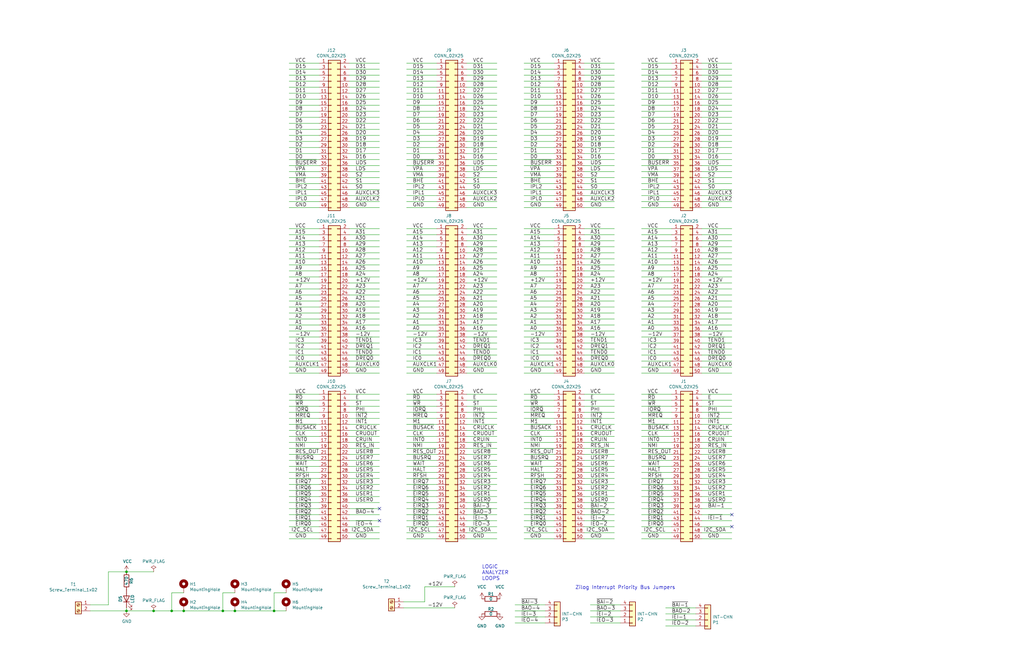
<source format=kicad_sch>
(kicad_sch (version 20211123) (generator eeschema)
  (paper "B")
  (junction (at 53.34 241.3))
  (junction (at 93.98 257.81))
  (junction (at 99.06 257.81))
  (junction (at 77.47 257.81))
  (junction (at 53.34 257.81))
  (junction (at 64.77 257.81))
  (junction (at 72.39 257.81))
  (junction (at 115.57 257.81))
  (no_connect (at 160.02 214.63))
  (no_connect (at 308.61 222.25))
  (no_connect (at 308.61 217.17))
  (no_connect (at 160.02 219.71))
  (wire (pts (xy 270.51 96.52) (xy 283.21 96.52)))
  (wire (pts (xy 220.98 106.68) (xy 233.68 106.68)))
  (wire (pts (xy 220.98 87.63) (xy 233.68 87.63)))
  (wire (pts (xy 196.85 85.09) (xy 209.55 85.09)))
  (wire (pts (xy 246.38 96.52) (xy 259.08 96.52)))
  (wire (pts (xy 295.91 196.85) (xy 308.61 196.85)))
  (wire (pts (xy 295.91 139.7) (xy 308.61 139.7)))
  (wire (pts (xy 121.92 46.99) (xy 134.62 46.99)))
  (wire (pts (xy 121.92 96.52) (xy 134.62 96.52)))
  (wire (pts (xy 283.21 85.09) (xy 270.51 85.09)))
  (wire (pts (xy 147.32 49.53) (xy 160.02 49.53)))
  (wire (pts (xy 171.45 49.53) (xy 184.15 49.53)))
  (wire (pts (xy 270.51 199.39) (xy 283.21 199.39)))
  (wire (pts (xy 196.85 54.61) (xy 209.55 54.61)))
  (wire (pts (xy 196.85 166.37) (xy 209.55 166.37)))
  (wire (pts (xy 121.92 139.7) (xy 134.62 139.7)))
  (wire (pts (xy 121.92 114.3) (xy 134.62 114.3)))
  (wire (pts (xy 220.98 36.83) (xy 233.68 36.83)))
  (wire (pts (xy 147.32 96.52) (xy 160.02 96.52)))
  (wire (pts (xy 147.32 87.63) (xy 160.02 87.63)))
  (wire (pts (xy 270.51 204.47) (xy 283.21 204.47)))
  (wire (pts (xy 147.32 41.91) (xy 160.02 41.91)))
  (wire (pts (xy 283.21 77.47) (xy 270.51 77.47)))
  (wire (pts (xy 246.38 152.4) (xy 259.08 152.4)))
  (wire (pts (xy 147.32 57.15) (xy 160.02 57.15)))
  (wire (pts (xy 171.45 142.24) (xy 184.15 142.24)))
  (wire (pts (xy 196.85 207.01) (xy 209.55 207.01)))
  (wire (pts (xy 220.98 62.23) (xy 233.68 62.23)))
  (wire (pts (xy 171.45 64.77) (xy 184.15 64.77)))
  (wire (pts (xy 295.91 132.08) (xy 308.61 132.08)))
  (wire (pts (xy 246.38 49.53) (xy 259.08 49.53)))
  (wire (pts (xy 171.45 137.16) (xy 184.15 137.16)))
  (wire (pts (xy 171.45 62.23) (xy 184.15 62.23)))
  (wire (pts (xy 209.55 224.79) (xy 196.85 224.79)))
  (wire (pts (xy 220.98 144.78) (xy 233.68 144.78)))
  (wire (pts (xy 121.92 129.54) (xy 134.62 129.54)))
  (wire (pts (xy 295.91 212.09) (xy 308.61 212.09)))
  (wire (pts (xy 270.51 87.63) (xy 283.21 87.63)))
  (wire (pts (xy 121.92 39.37) (xy 134.62 39.37)))
  (wire (pts (xy 134.62 85.09) (xy 121.92 85.09)))
  (wire (pts (xy 171.45 222.25) (xy 184.15 222.25)))
  (wire (pts (xy 184.15 149.86) (xy 171.45 149.86)))
  (wire (pts (xy 220.98 147.32) (xy 233.68 147.32)))
  (wire (pts (xy 220.98 214.63) (xy 233.68 214.63)))
  (wire (pts (xy 270.51 39.37) (xy 283.21 39.37)))
  (wire (pts (xy 121.92 209.55) (xy 134.62 209.55)))
  (wire (pts (xy 147.32 124.46) (xy 160.02 124.46)))
  (wire (pts (xy 171.45 87.63) (xy 184.15 87.63)))
  (wire (pts (xy 121.92 196.85) (xy 134.62 196.85)))
  (wire (pts (xy 295.91 77.47) (xy 308.61 77.47)))
  (wire (pts (xy 171.45 39.37) (xy 184.15 39.37)))
  (wire (pts (xy 220.98 57.15) (xy 233.68 57.15)))
  (wire (pts (xy 93.98 250.19) (xy 93.98 257.81)))
  (wire (pts (xy 220.98 31.75) (xy 233.68 31.75)))
  (wire (pts (xy 220.98 124.46) (xy 233.68 124.46)))
  (wire (pts (xy 295.91 157.48) (xy 308.61 157.48)))
  (wire (pts (xy 121.92 59.69) (xy 134.62 59.69)))
  (wire (pts (xy 246.38 132.08) (xy 259.08 132.08)))
  (wire (pts (xy 270.51 36.83) (xy 283.21 36.83)))
  (wire (pts (xy 246.38 191.77) (xy 259.08 191.77)))
  (wire (pts (xy 280.67 259.08) (xy 293.37 259.08)))
  (wire (pts (xy 147.32 152.4) (xy 160.02 152.4)))
  (wire (pts (xy 160.02 168.91) (xy 147.32 168.91)))
  (wire (pts (xy 196.85 121.92) (xy 209.55 121.92)))
  (wire (pts (xy 171.45 67.31) (xy 184.15 67.31)))
  (wire (pts (xy 209.55 82.55) (xy 196.85 82.55)))
  (wire (pts (xy 147.32 191.77) (xy 160.02 191.77)))
  (wire (pts (xy 184.15 77.47) (xy 171.45 77.47)))
  (wire (pts (xy 295.91 54.61) (xy 308.61 54.61)))
  (wire (pts (xy 220.98 179.07) (xy 233.68 179.07)))
  (wire (pts (xy 270.51 129.54) (xy 283.21 129.54)))
  (wire (pts (xy 134.62 80.01) (xy 121.92 80.01)))
  (wire (pts (xy 171.45 52.07) (xy 184.15 52.07)))
  (wire (pts (xy 147.32 194.31) (xy 160.02 194.31)))
  (wire (pts (xy 246.38 59.69) (xy 259.08 59.69)))
  (wire (pts (xy 270.51 109.22) (xy 283.21 109.22)))
  (wire (pts (xy 171.45 157.48) (xy 184.15 157.48)))
  (wire (pts (xy 259.08 224.79) (xy 246.38 224.79)))
  (wire (pts (xy 196.85 80.01) (xy 209.55 80.01)))
  (wire (pts (xy 121.92 34.29) (xy 134.62 34.29)))
  (wire (pts (xy 233.68 72.39) (xy 220.98 72.39)))
  (wire (pts (xy 196.85 227.33) (xy 209.55 227.33)))
  (wire (pts (xy 270.51 179.07) (xy 283.21 179.07)))
  (wire (pts (xy 147.32 29.21) (xy 160.02 29.21)))
  (wire (pts (xy 196.85 186.69) (xy 209.55 186.69)))
  (wire (pts (xy 171.45 201.93) (xy 184.15 201.93)))
  (wire (pts (xy 220.98 201.93) (xy 233.68 201.93)))
  (wire (pts (xy 171.45 212.09) (xy 184.15 212.09)))
  (wire (pts (xy 196.85 49.53) (xy 209.55 49.53)))
  (wire (pts (xy 147.32 149.86) (xy 160.02 149.86)))
  (wire (pts (xy 171.45 109.22) (xy 184.15 109.22)))
  (wire (pts (xy 184.15 152.4) (xy 171.45 152.4)))
  (wire (pts (xy 121.92 222.25) (xy 134.62 222.25)))
  (wire (pts (xy 209.55 214.63) (xy 196.85 214.63)))
  (wire (pts (xy 171.45 26.67) (xy 184.15 26.67)))
  (wire (pts (xy 233.68 69.85) (xy 220.98 69.85)))
  (wire (pts (xy 171.45 34.29) (xy 184.15 34.29)))
  (wire (pts (xy 270.51 34.29) (xy 283.21 34.29)))
  (wire (pts (xy 147.32 184.15) (xy 160.02 184.15)))
  (wire (pts (xy 196.85 191.77) (xy 209.55 191.77)))
  (wire (pts (xy 121.92 57.15) (xy 134.62 57.15)))
  (wire (pts (xy 283.21 152.4) (xy 270.51 152.4)))
  (wire (pts (xy 196.85 109.22) (xy 209.55 109.22)))
  (wire (pts (xy 295.91 59.69) (xy 308.61 59.69)))
  (wire (pts (xy 147.32 189.23) (xy 160.02 189.23)))
  (wire (pts (xy 295.91 124.46) (xy 308.61 124.46)))
  (wire (pts (xy 233.68 82.55) (xy 220.98 82.55)))
  (wire (pts (xy 121.92 119.38) (xy 134.62 119.38)))
  (wire (pts (xy 196.85 57.15) (xy 209.55 57.15)))
  (wire (pts (xy 295.91 36.83) (xy 308.61 36.83)))
  (wire (pts (xy 196.85 26.67) (xy 209.55 26.67)))
  (wire (pts (xy 295.91 186.69) (xy 308.61 186.69)))
  (wire (pts (xy 220.98 173.99) (xy 233.68 173.99)))
  (wire (pts (xy 295.91 72.39) (xy 308.61 72.39)))
  (wire (pts (xy 283.21 69.85) (xy 270.51 69.85)))
  (wire (pts (xy 217.17 262.89) (xy 229.87 262.89)))
  (wire (pts (xy 220.98 119.38) (xy 233.68 119.38)))
  (wire (pts (xy 246.38 166.37) (xy 259.08 166.37)))
  (wire (pts (xy 209.55 222.25) (xy 196.85 222.25)))
  (wire (pts (xy 295.91 99.06) (xy 308.61 99.06)))
  (wire (pts (xy 196.85 99.06) (xy 209.55 99.06)))
  (wire (pts (xy 295.91 106.68) (xy 308.61 106.68)))
  (wire (pts (xy 121.92 87.63) (xy 134.62 87.63)))
  (wire (pts (xy 121.92 137.16) (xy 134.62 137.16)))
  (wire (pts (xy 295.91 44.45) (xy 308.61 44.45)))
  (wire (pts (xy 121.92 124.46) (xy 134.62 124.46)))
  (wire (pts (xy 220.98 154.94) (xy 233.68 154.94)))
  (wire (pts (xy 171.45 181.61) (xy 184.15 181.61)))
  (wire (pts (xy 171.45 31.75) (xy 184.15 31.75)))
  (wire (pts (xy 196.85 129.54) (xy 209.55 129.54)))
  (wire (pts (xy 196.85 34.29) (xy 209.55 34.29)))
  (wire (pts (xy 246.38 186.69) (xy 259.08 186.69)))
  (wire (pts (xy 295.91 119.38) (xy 308.61 119.38)))
  (wire (pts (xy 134.62 224.79) (xy 121.92 224.79)))
  (wire (pts (xy 121.92 106.68) (xy 134.62 106.68)))
  (wire (pts (xy 308.61 176.53) (xy 295.91 176.53)))
  (wire (pts (xy 220.98 152.4) (xy 233.68 152.4)))
  (wire (pts (xy 196.85 31.75) (xy 209.55 31.75)))
  (wire (pts (xy 270.51 121.92) (xy 283.21 121.92)))
  (wire (pts (xy 171.45 132.08) (xy 184.15 132.08)))
  (wire (pts (xy 295.91 209.55) (xy 308.61 209.55)))
  (wire (pts (xy 121.92 99.06) (xy 134.62 99.06)))
  (wire (pts (xy 196.85 137.16) (xy 209.55 137.16)))
  (wire (pts (xy 196.85 41.91) (xy 209.55 41.91)))
  (wire (pts (xy 121.92 142.24) (xy 134.62 142.24)))
  (wire (pts (xy 270.51 99.06) (xy 283.21 99.06)))
  (wire (pts (xy 147.32 72.39) (xy 160.02 72.39)))
  (wire (pts (xy 171.45 204.47) (xy 184.15 204.47)))
  (wire (pts (xy 147.32 142.24) (xy 160.02 142.24)))
  (wire (pts (xy 270.51 191.77) (xy 283.21 191.77)))
  (wire (pts (xy 196.85 67.31) (xy 209.55 67.31)))
  (wire (pts (xy 196.85 39.37) (xy 209.55 39.37)))
  (wire (pts (xy 295.91 194.31) (xy 308.61 194.31)))
  (wire (pts (xy 220.98 46.99) (xy 233.68 46.99)))
  (wire (pts (xy 246.38 44.45) (xy 259.08 44.45)))
  (wire (pts (xy 134.62 149.86) (xy 121.92 149.86)))
  (wire (pts (xy 283.21 147.32) (xy 270.51 147.32)))
  (wire (pts (xy 184.15 74.93) (xy 171.45 74.93)))
  (wire (pts (xy 259.08 176.53) (xy 246.38 176.53)))
  (wire (pts (xy 246.38 99.06) (xy 259.08 99.06)))
  (wire (pts (xy 270.51 31.75) (xy 283.21 31.75)))
  (wire (pts (xy 233.68 77.47) (xy 220.98 77.47)))
  (wire (pts (xy 295.91 41.91) (xy 308.61 41.91)))
  (wire (pts (xy 259.08 173.99) (xy 246.38 173.99)))
  (wire (pts (xy 295.91 142.24) (xy 308.61 142.24)))
  (wire (pts (xy 220.98 54.61) (xy 233.68 54.61)))
  (wire (pts (xy 246.38 46.99) (xy 259.08 46.99)))
  (wire (pts (xy 196.85 132.08) (xy 209.55 132.08)))
  (wire (pts (xy 171.45 139.7) (xy 184.15 139.7)))
  (wire (pts (xy 246.38 69.85) (xy 259.08 69.85)))
  (wire (pts (xy 147.32 106.68) (xy 160.02 106.68)))
  (wire (pts (xy 308.61 224.79) (xy 295.91 224.79)))
  (wire (pts (xy 270.51 41.91) (xy 283.21 41.91)))
  (wire (pts (xy 147.32 119.38) (xy 160.02 119.38)))
  (wire (pts (xy 171.45 127) (xy 184.15 127)))
  (wire (pts (xy 121.92 31.75) (xy 134.62 31.75)))
  (wire (pts (xy 184.15 72.39) (xy 171.45 72.39)))
  (wire (pts (xy 220.98 142.24) (xy 233.68 142.24)))
  (wire (pts (xy 171.45 173.99) (xy 184.15 173.99)))
  (wire (pts (xy 270.51 196.85) (xy 283.21 196.85)))
  (wire (pts (xy 220.98 96.52) (xy 233.68 96.52)))
  (wire (pts (xy 308.61 171.45) (xy 295.91 171.45)))
  (wire (pts (xy 283.21 224.79) (xy 270.51 224.79)))
  (wire (pts (xy 184.15 80.01) (xy 171.45 80.01)))
  (wire (pts (xy 295.91 199.39) (xy 308.61 199.39)))
  (wire (pts (xy 246.38 194.31) (xy 259.08 194.31)))
  (wire (pts (xy 220.98 114.3) (xy 233.68 114.3)))
  (wire (pts (xy 220.98 41.91) (xy 233.68 41.91)))
  (wire (pts (xy 270.51 209.55) (xy 283.21 209.55)))
  (wire (pts (xy 147.32 199.39) (xy 160.02 199.39)))
  (wire (pts (xy 246.38 127) (xy 259.08 127)))
  (wire (pts (xy 196.85 127) (xy 209.55 127)))
  (wire (pts (xy 121.92 132.08) (xy 134.62 132.08)))
  (wire (pts (xy 147.32 67.31) (xy 160.02 67.31)))
  (wire (pts (xy 147.32 69.85) (xy 160.02 69.85)))
  (wire (pts (xy 121.92 26.67) (xy 134.62 26.67)))
  (wire (pts (xy 246.38 119.38) (xy 259.08 119.38)))
  (wire (pts (xy 217.17 257.81) (xy 229.87 257.81)))
  (wire (pts (xy 196.85 72.39) (xy 209.55 72.39)))
  (wire (pts (xy 270.51 59.69) (xy 283.21 59.69)))
  (wire (pts (xy 246.38 204.47) (xy 259.08 204.47)))
  (wire (pts (xy 77.47 257.81) (xy 72.39 257.81)))
  (wire (pts (xy 196.85 189.23) (xy 209.55 189.23)))
  (wire (pts (xy 270.51 62.23) (xy 283.21 62.23)))
  (wire (pts (xy 121.92 179.07) (xy 134.62 179.07)))
  (wire (pts (xy 184.15 147.32) (xy 171.45 147.32)))
  (wire (pts (xy 121.92 173.99) (xy 134.62 173.99)))
  (wire (pts (xy 280.67 256.54) (xy 293.37 256.54)))
  (wire (pts (xy 295.91 26.67) (xy 308.61 26.67)))
  (wire (pts (xy 147.32 74.93) (xy 160.02 74.93)))
  (wire (pts (xy 295.91 189.23) (xy 308.61 189.23)))
  (wire (pts (xy 270.51 176.53) (xy 283.21 176.53)))
  (wire (pts (xy 220.98 204.47) (xy 233.68 204.47)))
  (wire (pts (xy 246.38 201.93) (xy 259.08 201.93)))
  (wire (pts (xy 160.02 181.61) (xy 147.32 181.61)))
  (wire (pts (xy 121.92 36.83) (xy 134.62 36.83)))
  (wire (pts (xy 270.51 201.93) (xy 283.21 201.93)))
  (wire (pts (xy 270.51 222.25) (xy 283.21 222.25)))
  (wire (pts (xy 171.45 57.15) (xy 184.15 57.15)))
  (wire (pts (xy 171.45 166.37) (xy 184.15 166.37)))
  (wire (pts (xy 147.32 111.76) (xy 160.02 111.76)))
  (wire (pts (xy 121.92 219.71) (xy 134.62 219.71)))
  (wire (pts (xy 171.45 194.31) (xy 184.15 194.31)))
  (wire (pts (xy 147.32 52.07) (xy 160.02 52.07)))
  (wire (pts (xy 134.62 144.78) (xy 121.92 144.78)))
  (wire (pts (xy 196.85 106.68) (xy 209.55 106.68)))
  (wire (pts (xy 45.72 241.3) (xy 53.34 241.3)))
  (wire (pts (xy 121.92 109.22) (xy 134.62 109.22)))
  (wire (pts (xy 295.91 96.52) (xy 308.61 96.52)))
  (wire (pts (xy 121.92 101.6) (xy 134.62 101.6)))
  (wire (pts (xy 246.38 54.61) (xy 259.08 54.61)))
  (wire (pts (xy 147.32 147.32) (xy 160.02 147.32)))
  (wire (pts (xy 171.45 101.6) (xy 184.15 101.6)))
  (wire (pts (xy 220.98 101.6) (xy 233.68 101.6)))
  (wire (pts (xy 121.92 104.14) (xy 134.62 104.14)))
  (wire (pts (xy 147.32 34.29) (xy 160.02 34.29)))
  (wire (pts (xy 160.02 82.55) (xy 147.32 82.55)))
  (wire (pts (xy 134.62 147.32) (xy 121.92 147.32)))
  (wire (pts (xy 270.51 214.63) (xy 283.21 214.63)))
  (wire (pts (xy 99.06 257.81) (xy 93.98 257.81)))
  (wire (pts (xy 147.32 137.16) (xy 160.02 137.16)))
  (wire (pts (xy 246.38 154.94) (xy 259.08 154.94)))
  (wire (pts (xy 121.92 116.84) (xy 134.62 116.84)))
  (wire (pts (xy 270.51 64.77) (xy 283.21 64.77)))
  (wire (pts (xy 147.32 44.45) (xy 160.02 44.45)))
  (wire (pts (xy 147.32 227.33) (xy 160.02 227.33)))
  (wire (pts (xy 121.92 214.63) (xy 134.62 214.63)))
  (wire (pts (xy 121.92 29.21) (xy 134.62 29.21)))
  (wire (pts (xy 246.38 147.32) (xy 259.08 147.32)))
  (wire (pts (xy 270.51 114.3) (xy 283.21 114.3)))
  (wire (pts (xy 270.51 207.01) (xy 283.21 207.01)))
  (wire (pts (xy 246.38 26.67) (xy 259.08 26.67)))
  (wire (pts (xy 121.92 199.39) (xy 134.62 199.39)))
  (wire (pts (xy 72.39 257.81) (xy 64.77 257.81)))
  (wire (pts (xy 196.85 147.32) (xy 209.55 147.32)))
  (wire (pts (xy 196.85 204.47) (xy 209.55 204.47)))
  (wire (pts (xy 295.91 69.85) (xy 308.61 69.85)))
  (wire (pts (xy 220.98 171.45) (xy 233.68 171.45)))
  (wire (pts (xy 171.45 119.38) (xy 184.15 119.38)))
  (wire (pts (xy 171.45 191.77) (xy 184.15 191.77)))
  (wire (pts (xy 220.98 222.25) (xy 233.68 222.25)))
  (wire (pts (xy 77.47 250.19) (xy 72.39 250.19)))
  (wire (pts (xy 246.38 106.68) (xy 259.08 106.68)))
  (wire (pts (xy 196.85 124.46) (xy 209.55 124.46)))
  (wire (pts (xy 196.85 111.76) (xy 209.55 111.76)))
  (wire (pts (xy 220.98 149.86) (xy 233.68 149.86)))
  (wire (pts (xy 246.38 207.01) (xy 259.08 207.01)))
  (wire (pts (xy 248.92 262.89) (xy 261.62 262.89)))
  (wire (pts (xy 295.91 129.54) (xy 308.61 129.54)))
  (wire (pts (xy 246.38 109.22) (xy 259.08 109.22)))
  (wire (pts (xy 121.92 212.09) (xy 134.62 212.09)))
  (wire (pts (xy 246.38 139.7) (xy 259.08 139.7)))
  (wire (pts (xy 196.85 154.94) (xy 209.55 154.94)))
  (wire (pts (xy 147.32 104.14) (xy 160.02 104.14)))
  (wire (pts (xy 233.68 74.93) (xy 220.98 74.93)))
  (wire (pts (xy 270.51 116.84) (xy 283.21 116.84)))
  (wire (pts (xy 270.51 171.45) (xy 283.21 171.45)))
  (wire (pts (xy 171.45 176.53) (xy 184.15 176.53)))
  (wire (pts (xy 220.98 186.69) (xy 233.68 186.69)))
  (wire (pts (xy 171.45 186.69) (xy 184.15 186.69)))
  (wire (pts (xy 121.92 44.45) (xy 134.62 44.45)))
  (wire (pts (xy 147.32 212.09) (xy 160.02 212.09)))
  (wire (pts (xy 147.32 132.08) (xy 160.02 132.08)))
  (wire (pts (xy 248.92 257.81) (xy 261.62 257.81)))
  (wire (pts (xy 246.38 114.3) (xy 259.08 114.3)))
  (wire (pts (xy 196.85 104.14) (xy 209.55 104.14)))
  (wire (pts (xy 308.61 222.25) (xy 295.91 222.25)))
  (wire (pts (xy 295.91 62.23) (xy 308.61 62.23)))
  (wire (pts (xy 134.62 69.85) (xy 121.92 69.85)))
  (wire (pts (xy 196.85 64.77) (xy 209.55 64.77)))
  (wire (pts (xy 220.98 59.69) (xy 233.68 59.69)))
  (wire (pts (xy 308.61 179.07) (xy 295.91 179.07)))
  (wire (pts (xy 283.21 82.55) (xy 270.51 82.55)))
  (wire (pts (xy 220.98 217.17) (xy 233.68 217.17)))
  (wire (pts (xy 259.08 214.63) (xy 246.38 214.63)))
  (wire (pts (xy 295.91 39.37) (xy 308.61 39.37)))
  (wire (pts (xy 246.38 157.48) (xy 259.08 157.48)))
  (wire (pts (xy 120.65 257.81) (xy 115.57 257.81)))
  (wire (pts (xy 270.51 227.33) (xy 283.21 227.33)))
  (wire (pts (xy 220.98 109.22) (xy 233.68 109.22)))
  (wire (pts (xy 246.38 116.84) (xy 259.08 116.84)))
  (wire (pts (xy 160.02 222.25) (xy 147.32 222.25)))
  (wire (pts (xy 171.45 196.85) (xy 184.15 196.85)))
  (wire (pts (xy 160.02 219.71) (xy 147.32 219.71)))
  (wire (pts (xy 121.92 217.17) (xy 134.62 217.17)))
  (wire (pts (xy 171.45 184.15) (xy 184.15 184.15)))
  (wire (pts (xy 147.32 127) (xy 160.02 127)))
  (wire (pts (xy 147.32 121.92) (xy 160.02 121.92)))
  (wire (pts (xy 246.38 80.01) (xy 259.08 80.01)))
  (wire (pts (xy 246.38 31.75) (xy 259.08 31.75)))
  (wire (pts (xy 121.92 121.92) (xy 134.62 121.92)))
  (wire (pts (xy 283.21 72.39) (xy 270.51 72.39)))
  (wire (pts (xy 121.92 189.23) (xy 134.62 189.23)))
  (wire (pts (xy 134.62 72.39) (xy 121.92 72.39)))
  (wire (pts (xy 246.38 77.47) (xy 259.08 77.47)))
  (wire (pts (xy 246.38 189.23) (xy 259.08 189.23)))
  (wire (pts (xy 171.45 54.61) (xy 184.15 54.61)))
  (wire (pts (xy 308.61 219.71) (xy 295.91 219.71)))
  (wire (pts (xy 170.18 256.54) (xy 191.77 256.54)))
  (wire (pts (xy 246.38 149.86) (xy 259.08 149.86)))
  (wire (pts (xy 270.51 26.67) (xy 283.21 26.67)))
  (wire (pts (xy 209.55 217.17) (xy 196.85 217.17)))
  (wire (pts (xy 171.45 121.92) (xy 184.15 121.92)))
  (wire (pts (xy 233.68 85.09) (xy 220.98 85.09)))
  (wire (pts (xy 38.1 255.27) (xy 45.72 255.27)))
  (wire (pts (xy 196.85 134.62) (xy 209.55 134.62)))
  (wire (pts (xy 246.38 199.39) (xy 259.08 199.39)))
  (wire (pts (xy 134.62 82.55) (xy 121.92 82.55)))
  (wire (pts (xy 171.45 99.06) (xy 184.15 99.06)))
  (wire (pts (xy 246.38 137.16) (xy 259.08 137.16)))
  (wire (pts (xy 147.32 54.61) (xy 160.02 54.61)))
  (wire (pts (xy 246.38 209.55) (xy 259.08 209.55)))
  (wire (pts (xy 147.32 64.77) (xy 160.02 64.77)))
  (wire (pts (xy 295.91 114.3) (xy 308.61 114.3)))
  (wire (pts (xy 233.68 224.79) (xy 220.98 224.79)))
  (wire (pts (xy 171.45 29.21) (xy 184.15 29.21)))
  (wire (pts (xy 147.32 59.69) (xy 160.02 59.69)))
  (wire (pts (xy 246.38 121.92) (xy 259.08 121.92)))
  (wire (pts (xy 220.98 49.53) (xy 233.68 49.53)))
  (wire (pts (xy 295.91 64.77) (xy 308.61 64.77)))
  (wire (pts (xy 259.08 168.91) (xy 246.38 168.91)))
  (wire (pts (xy 220.98 104.14) (xy 233.68 104.14)))
  (wire (pts (xy 220.98 44.45) (xy 233.68 44.45)))
  (wire (pts (xy 308.61 217.17) (xy 295.91 217.17)))
  (wire (pts (xy 295.91 80.01) (xy 308.61 80.01)))
  (wire (pts (xy 196.85 119.38) (xy 209.55 119.38)))
  (wire (pts (xy 121.92 49.53) (xy 134.62 49.53)))
  (wire (pts (xy 196.85 152.4) (xy 209.55 152.4)))
  (wire (pts (xy 270.51 212.09) (xy 283.21 212.09)))
  (wire (pts (xy 171.45 199.39) (xy 184.15 199.39)))
  (wire (pts (xy 121.92 207.01) (xy 134.62 207.01)))
  (wire (pts (xy 121.92 168.91) (xy 134.62 168.91)))
  (wire (pts (xy 184.15 82.55) (xy 171.45 82.55)))
  (wire (pts (xy 295.91 111.76) (xy 308.61 111.76)))
  (wire (pts (xy 147.32 154.94) (xy 160.02 154.94)))
  (wire (pts (xy 295.91 227.33) (xy 308.61 227.33)))
  (wire (pts (xy 270.51 154.94) (xy 283.21 154.94)))
  (wire (pts (xy 171.45 214.63) (xy 184.15 214.63)))
  (wire (pts (xy 53.34 256.54) (xy 53.34 257.81)))
  (wire (pts (xy 121.92 186.69) (xy 134.62 186.69)))
  (wire (pts (xy 246.38 184.15) (xy 259.08 184.15)))
  (wire (pts (xy 295.91 29.21) (xy 308.61 29.21)))
  (wire (pts (xy 121.92 201.93) (xy 134.62 201.93)))
  (wire (pts (xy 246.38 41.91) (xy 259.08 41.91)))
  (wire (pts (xy 147.32 207.01) (xy 160.02 207.01)))
  (wire (pts (xy 121.92 181.61) (xy 134.62 181.61)))
  (wire (pts (xy 179.07 247.65) (xy 179.07 254)))
  (wire (pts (xy 308.61 173.99) (xy 295.91 173.99)))
  (wire (pts (xy 209.55 179.07) (xy 196.85 179.07)))
  (wire (pts (xy 121.92 154.94) (xy 134.62 154.94)))
  (wire (pts (xy 295.91 184.15) (xy 308.61 184.15)))
  (wire (pts (xy 160.02 179.07) (xy 147.32 179.07)))
  (wire (pts (xy 217.17 260.35) (xy 229.87 260.35)))
  (wire (pts (xy 246.38 142.24) (xy 259.08 142.24)))
  (wire (pts (xy 220.98 116.84) (xy 233.68 116.84)))
  (wire (pts (xy 220.98 121.92) (xy 233.68 121.92)))
  (wire (pts (xy 270.51 139.7) (xy 283.21 139.7)))
  (wire (pts (xy 220.98 157.48) (xy 233.68 157.48)))
  (wire (pts (xy 246.38 52.07) (xy 259.08 52.07)))
  (wire (pts (xy 295.91 137.16) (xy 308.61 137.16)))
  (wire (pts (xy 121.92 204.47) (xy 134.62 204.47)))
  (wire (pts (xy 171.45 171.45) (xy 184.15 171.45)))
  (wire (pts (xy 184.15 144.78) (xy 171.45 144.78)))
  (wire (pts (xy 147.32 31.75) (xy 160.02 31.75)))
  (wire (pts (xy 99.06 257.81) (xy 115.57 257.81)))
  (wire (pts (xy 246.38 57.15) (xy 259.08 57.15)))
  (wire (pts (xy 171.45 36.83) (xy 184.15 36.83)))
  (wire (pts (xy 121.92 52.07) (xy 134.62 52.07)))
  (wire (pts (xy 121.92 184.15) (xy 134.62 184.15)))
  (wire (pts (xy 147.32 109.22) (xy 160.02 109.22)))
  (wire (pts (xy 121.92 64.77) (xy 134.62 64.77)))
  (wire (pts (xy 295.91 87.63) (xy 308.61 87.63)))
  (wire (pts (xy 171.45 124.46) (xy 184.15 124.46)))
  (wire (pts (xy 147.32 46.99) (xy 160.02 46.99)))
  (wire (pts (xy 259.08 82.55) (xy 246.38 82.55)))
  (wire (pts (xy 295.91 85.09) (xy 308.61 85.09)))
  (wire (pts (xy 160.02 214.63) (xy 147.32 214.63)))
  (wire (pts (xy 295.91 207.01) (xy 308.61 207.01)))
  (wire (pts (xy 121.92 62.23) (xy 134.62 62.23)))
  (wire (pts (xy 184.15 69.85) (xy 171.45 69.85)))
  (wire (pts (xy 209.55 176.53) (xy 196.85 176.53)))
  (wire (pts (xy 295.91 154.94) (xy 308.61 154.94)))
  (wire (pts (xy 196.85 52.07) (xy 209.55 52.07)))
  (wire (pts (xy 270.51 134.62) (xy 283.21 134.62)))
  (wire (pts (xy 217.17 255.27) (xy 229.87 255.27)))
  (wire (pts (xy 121.92 41.91) (xy 134.62 41.91)))
  (wire (pts (xy 209.55 181.61) (xy 196.85 181.61)))
  (wire (pts (xy 196.85 157.48) (xy 209.55 157.48)))
  (wire (pts (xy 270.51 49.53) (xy 283.21 49.53)))
  (wire (pts (xy 160.02 217.17) (xy 147.32 217.17)))
  (wire (pts (xy 246.38 72.39) (xy 259.08 72.39)))
  (wire (pts (xy 147.32 201.93) (xy 160.02 201.93)))
  (wire (pts (xy 270.51 127) (xy 283.21 127)))
  (wire (pts (xy 121.92 227.33) (xy 134.62 227.33)))
  (wire (pts (xy 147.32 134.62) (xy 160.02 134.62)))
  (wire (pts (xy 196.85 29.21) (xy 209.55 29.21)))
  (wire (pts (xy 295.91 166.37) (xy 308.61 166.37)))
  (wire (pts (xy 196.85 46.99) (xy 209.55 46.99)))
  (wire (pts (xy 220.98 127) (xy 233.68 127)))
  (wire (pts (xy 220.98 209.55) (xy 233.68 209.55)))
  (wire (pts (xy 196.85 69.85) (xy 209.55 69.85)))
  (wire (pts (xy 270.51 217.17) (xy 283.21 217.17)))
  (wire (pts (xy 171.45 104.14) (xy 184.15 104.14)))
  (wire (pts (xy 270.51 54.61) (xy 283.21 54.61)))
  (wire (pts (xy 171.45 189.23) (xy 184.15 189.23)))
  (wire (pts (xy 295.91 109.22) (xy 308.61 109.22)))
  (wire (pts (xy 270.51 111.76) (xy 283.21 111.76)))
  (wire (pts (xy 259.08 222.25) (xy 246.38 222.25)))
  (wire (pts (xy 246.38 124.46) (xy 259.08 124.46)))
  (wire (pts (xy 184.15 85.09) (xy 171.45 85.09)))
  (wire (pts (xy 121.92 54.61) (xy 134.62 54.61)))
  (wire (pts (xy 270.51 184.15) (xy 283.21 184.15)))
  (wire (pts (xy 196.85 149.86) (xy 209.55 149.86)))
  (wire (pts (xy 121.92 111.76) (xy 134.62 111.76)))
  (wire (pts (xy 171.45 44.45) (xy 184.15 44.45)))
  (wire (pts (xy 270.51 157.48) (xy 283.21 157.48)))
  (wire (pts (xy 295.91 134.62) (xy 308.61 134.62)))
  (wire (pts (xy 280.67 261.62) (xy 293.37 261.62)))
  (wire (pts (xy 220.98 111.76) (xy 233.68 111.76)))
  (wire (pts (xy 147.32 157.48) (xy 160.02 157.48)))
  (wire (pts (xy 121.92 171.45) (xy 134.62 171.45)))
  (wire (pts (xy 171.45 168.91) (xy 184.15 168.91)))
  (wire (pts (xy 220.98 64.77) (xy 233.68 64.77)))
  (wire (pts (xy 246.38 227.33) (xy 259.08 227.33)))
  (wire (pts (xy 308.61 82.55) (xy 295.91 82.55)))
  (wire (pts (xy 220.98 168.91) (xy 233.68 168.91)))
  (wire (pts (xy 270.51 166.37) (xy 283.21 166.37)))
  (wire (pts (xy 45.72 241.3) (xy 45.72 255.27)))
  (wire (pts (xy 147.32 114.3) (xy 160.02 114.3)))
  (wire (pts (xy 220.98 34.29) (xy 233.68 34.29)))
  (wire (pts (xy 171.45 59.69) (xy 184.15 59.69)))
  (wire (pts (xy 38.1 257.81) (xy 53.34 257.81)))
  (wire (pts (xy 196.85 196.85) (xy 209.55 196.85)))
  (wire (pts (xy 179.07 247.65) (xy 191.77 247.65)))
  (wire (pts (xy 270.51 124.46) (xy 283.21 124.46)))
  (wire (pts (xy 259.08 217.17) (xy 246.38 217.17)))
  (wire (pts (xy 295.91 57.15) (xy 308.61 57.15)))
  (wire (pts (xy 171.45 227.33) (xy 184.15 227.33)))
  (wire (pts (xy 220.98 52.07) (xy 233.68 52.07)))
  (wire (pts (xy 270.51 194.31) (xy 283.21 194.31)))
  (wire (pts (xy 259.08 219.71) (xy 246.38 219.71)))
  (wire (pts (xy 147.32 166.37) (xy 160.02 166.37)))
  (wire (pts (xy 295.91 204.47) (xy 308.61 204.47)))
  (wire (pts (xy 270.51 67.31) (xy 283.21 67.31)))
  (wire (pts (xy 220.98 139.7) (xy 233.68 139.7)))
  (wire (pts (xy 283.21 149.86) (xy 270.51 149.86)))
  (wire (pts (xy 246.38 129.54) (xy 259.08 129.54)))
  (wire (pts (xy 246.38 36.83) (xy 259.08 36.83)))
  (wire (pts (xy 270.51 46.99) (xy 283.21 46.99)))
  (wire (pts (xy 246.38 34.29) (xy 259.08 34.29)))
  (wire (pts (xy 171.45 46.99) (xy 184.15 46.99)))
  (wire (pts (xy 295.91 101.6) (xy 308.61 101.6)))
  (wire (pts (xy 196.85 144.78) (xy 209.55 144.78)))
  (wire (pts (xy 295.91 52.07) (xy 308.61 52.07)))
  (wire (pts (xy 147.32 62.23) (xy 160.02 62.23)))
  (wire (pts (xy 196.85 209.55) (xy 209.55 209.55)))
  (wire (pts (xy 270.51 101.6) (xy 283.21 101.6)))
  (wire (pts (xy 196.85 201.93) (xy 209.55 201.93)))
  (wire (pts (xy 147.32 85.09) (xy 160.02 85.09)))
  (wire (pts (xy 147.32 36.83) (xy 160.02 36.83)))
  (wire (pts (xy 283.21 144.78) (xy 270.51 144.78)))
  (wire (pts (xy 259.08 179.07) (xy 246.38 179.07)))
  (wire (pts (xy 147.32 77.47) (xy 160.02 77.47)))
  (wire (pts (xy 295.91 191.77) (xy 308.61 191.77)))
  (wire (pts (xy 270.51 189.23) (xy 283.21 189.23)))
  (wire (pts (xy 171.45 111.76) (xy 184.15 111.76)))
  (wire (pts (xy 220.98 219.71) (xy 233.68 219.71)))
  (wire (pts (xy 283.21 80.01) (xy 270.51 80.01)))
  (wire (pts (xy 259.08 171.45) (xy 246.38 171.45)))
  (wire (pts (xy 220.98 212.09) (xy 233.68 212.09)))
  (wire (pts (xy 308.61 168.91) (xy 295.91 168.91)))
  (wire (pts (xy 171.45 179.07) (xy 184.15 179.07)))
  (wire (pts (xy 248.92 255.27) (xy 261.62 255.27)))
  (wire (pts (xy 196.85 184.15) (xy 209.55 184.15)))
  (wire (pts (xy 270.51 181.61) (xy 283.21 181.61)))
  (wire (pts (xy 270.51 132.08) (xy 283.21 132.08)))
  (wire (pts (xy 220.98 227.33) (xy 233.68 227.33)))
  (wire (pts (xy 147.32 80.01) (xy 160.02 80.01)))
  (wire (pts (xy 147.32 204.47) (xy 160.02 204.47)))
  (wire (pts (xy 147.32 196.85) (xy 160.02 196.85)))
  (wire (pts (xy 220.98 194.31) (xy 233.68 194.31)))
  (wire (pts (xy 171.45 106.68) (xy 184.15 106.68)))
  (wire (pts (xy 196.85 62.23) (xy 209.55 62.23)))
  (wire (pts (xy 308.61 214.63) (xy 295.91 214.63)))
  (wire (pts (xy 246.38 212.09) (xy 259.08 212.09)))
  (wire (pts (xy 220.98 166.37) (xy 233.68 166.37)))
  (wire (pts (xy 147.32 101.6) (xy 160.02 101.6)))
  (wire (pts (xy 134.62 152.4) (xy 121.92 152.4)))
  (wire (pts (xy 220.98 137.16) (xy 233.68 137.16)))
  (wire (pts (xy 147.32 116.84) (xy 160.02 116.84)))
  (wire (pts (xy 295.91 49.53) (xy 308.61 49.53)))
  (wire (pts (xy 270.51 104.14) (xy 283.21 104.14)))
  (wire (pts (xy 220.98 207.01) (xy 233.68 207.01)))
  (wire (pts (xy 259.08 181.61) (xy 246.38 181.61)))
  (wire (pts (xy 171.45 96.52) (xy 184.15 96.52)))
  (wire (pts (xy 246.38 101.6) (xy 259.08 101.6)))
  (wire (pts (xy 270.51 52.07) (xy 283.21 52.07)))
  (wire (pts (xy 283.21 74.93) (xy 270.51 74.93)))
  (wire (pts (xy 196.85 116.84) (xy 209.55 116.84)))
  (wire (pts (xy 220.98 196.85) (xy 233.68 196.85)))
  (wire (pts (xy 270.51 186.69) (xy 283.21 186.69)))
  (wire (pts (xy 270.51 142.24) (xy 283.21 142.24)))
  (wire (pts (xy 220.98 191.77) (xy 233.68 191.77)))
  (wire (pts (xy 196.85 77.47) (xy 209.55 77.47)))
  (wire (pts (xy 295.91 34.29) (xy 308.61 34.29)))
  (wire (pts (xy 246.38 134.62) (xy 259.08 134.62)))
  (wire (pts (xy 171.45 114.3) (xy 184.15 114.3)))
  (wire (pts (xy 295.91 152.4) (xy 308.61 152.4)))
  (wire (pts (xy 72.39 250.19) (xy 72.39 257.81)))
  (wire (pts (xy 99.06 250.19) (xy 93.98 250.19)))
  (wire (pts (xy 196.85 101.6) (xy 209.55 101.6)))
  (wire (pts (xy 246.38 144.78) (xy 259.08 144.78)))
  (wire (pts (xy 295.91 201.93) (xy 308.61 201.93)))
  (wire (pts (xy 246.38 87.63) (xy 259.08 87.63)))
  (wire (pts (xy 246.38 74.93) (xy 259.08 74.93)))
  (wire (pts (xy 196.85 199.39) (xy 209.55 199.39)))
  (wire (pts (xy 295.91 121.92) (xy 308.61 121.92)))
  (wire (pts (xy 171.45 41.91) (xy 184.15 41.91)))
  (wire (pts (xy 147.32 99.06) (xy 160.02 99.06)))
  (wire (pts (xy 270.51 29.21) (xy 283.21 29.21)))
  (wire (pts (xy 147.32 144.78) (xy 160.02 144.78)))
  (wire (pts (xy 121.92 194.31) (xy 134.62 194.31)))
  (wire (pts (xy 121.92 127) (xy 134.62 127)))
  (wire (pts (xy 270.51 168.91) (xy 283.21 168.91)))
  (wire (pts (xy 170.18 254) (xy 179.07 254)))
  (wire (pts (xy 147.32 139.7) (xy 160.02 139.7)))
  (wire (pts (xy 246.38 67.31) (xy 259.08 67.31)))
  (wire (pts (xy 295.91 116.84) (xy 308.61 116.84)))
  (wire (pts (xy 220.98 184.15) (xy 233.68 184.15)))
  (wire (pts (xy 246.38 39.37) (xy 259.08 39.37)))
  (wire (pts (xy 220.98 129.54) (xy 233.68 129.54)))
  (wire (pts (xy 295.91 67.31) (xy 308.61 67.31)))
  (wire (pts (xy 220.98 99.06) (xy 233.68 99.06)))
  (wire (pts (xy 246.38 64.77) (xy 259.08 64.77)))
  (wire (pts (xy 220.98 199.39) (xy 233.68 199.39)))
  (wire (pts (xy 220.98 29.21) (xy 233.68 29.21)))
  (wire (pts (xy 270.51 106.68) (xy 283.21 106.68)))
  (wire (pts (xy 270.51 173.99) (xy 283.21 173.99)))
  (wire (pts (xy 220.98 67.31) (xy 233.68 67.31)))
  (wire (pts (xy 246.38 196.85) (xy 259.08 196.85)))
  (wire (pts (xy 209.55 168.91) (xy 196.85 168.91)))
  (wire (pts (xy 280.67 264.16) (xy 293.37 264.16)))
  (wire (pts (xy 209.55 219.71) (xy 196.85 219.71)))
  (wire (pts (xy 184.15 224.79) (xy 171.45 224.79)))
  (wire (pts (xy 160.02 173.99) (xy 147.32 173.99)))
  (wire (pts (xy 160.02 224.79) (xy 147.32 224.79)))
  (wire (pts (xy 295.91 104.14) (xy 308.61 104.14)))
  (wire (pts (xy 121.92 67.31) (xy 134.62 67.31)))
  (wire (pts (xy 295.91 31.75) (xy 308.61 31.75)))
  (wire (pts (xy 171.45 129.54) (xy 184.15 129.54)))
  (wire (pts (xy 295.91 46.99) (xy 308.61 46.99)))
  (wire (pts (xy 295.91 127) (xy 308.61 127)))
  (wire (pts (xy 270.51 57.15) (xy 283.21 57.15)))
  (wire (pts (xy 77.47 257.81) (xy 93.98 257.81)))
  (wire (pts (xy 121.92 134.62) (xy 134.62 134.62)))
  (wire (pts (xy 270.51 44.45) (xy 283.21 44.45)))
  (wire (pts (xy 220.98 181.61) (xy 233.68 181.61)))
  (wire (pts (xy 270.51 137.16) (xy 283.21 137.16)))
  (wire (pts (xy 160.02 171.45) (xy 147.32 171.45)))
  (wire (pts (xy 295.91 144.78) (xy 308.61 144.78)))
  (wire (pts (xy 147.32 26.67) (xy 160.02 26.67)))
  (wire (pts (xy 220.98 26.67) (xy 233.68 26.67)))
  (wire (pts (xy 171.45 209.55) (xy 184.15 209.55)))
  (wire (pts (xy 220.98 176.53) (xy 233.68 176.53)))
  (wire (pts (xy 171.45 217.17) (xy 184.15 217.17)))
  (wire (pts (xy 295.91 149.86) (xy 308.61 149.86)))
  (wire (pts (xy 196.85 142.24) (xy 209.55 142.24)))
  (wire (pts (xy 121.92 166.37) (xy 134.62 166.37)))
  (wire (pts (xy 209.55 173.99) (xy 196.85 173.99)))
  (wire (pts (xy 171.45 219.71) (xy 184.15 219.71)))
  (wire (pts (xy 160.02 176.53) (xy 147.32 176.53)))
  (wire (pts (xy 248.92 260.35) (xy 261.62 260.35)))
  (wire (pts (xy 134.62 74.93) (xy 121.92 74.93)))
  (wire (pts (xy 196.85 74.93) (xy 209.55 74.93)))
  (wire (pts (xy 121.92 176.53) (xy 134.62 176.53)))
  (wire (pts (xy 196.85 194.31) (xy 209.55 194.31)))
  (wire (pts (xy 121.92 157.48) (xy 134.62 157.48)))
  (wire (pts (xy 196.85 114.3) (xy 209.55 114.3)))
  (wire (pts (xy 53.34 241.3) (xy 64.77 241.3)))
  (wire (pts (xy 196.85 59.69) (xy 209.55 59.69)))
  (wire (pts (xy 147.32 186.69) (xy 160.02 186.69)))
  (wire (pts (xy 220.98 39.37) (xy 233.68 39.37)))
  (wire (pts (xy 196.85 139.7) (xy 209.55 139.7)))
  (wire (pts (xy 220.98 132.08) (xy 233.68 132.08)))
  (wire (pts (xy 246.38 111.76) (xy 259.08 111.76)))
  (wire (pts (xy 246.38 29.21) (xy 259.08 29.21)))
  (wire (pts (xy 171.45 207.01) (xy 184.15 207.01)))
  (wire (pts (xy 220.98 189.23) (xy 233.68 189.23)))
  (wire (pts (xy 295.91 147.32) (xy 308.61 147.32)))
  (wire (pts (xy 120.65 250.19) (xy 115.57 250.19)))
  (wire (pts (xy 196.85 96.52) (xy 209.55 96.52)))
  (wire (pts (xy 246.38 85.09) (xy 259.08 85.09)))
  (wire (pts (xy 147.32 39.37) (xy 160.02 39.37)))
  (wire (pts (xy 246.38 62.23) (xy 259.08 62.23)))
  (wire (pts (xy 196.85 36.83) (xy 209.55 36.83)))
  (wire (pts (xy 196.85 87.63) (xy 209.55 87.63)))
  (wire (pts (xy 64.77 257.81) (xy 53.34 257.81)))
  (wire (pts (xy 171.45 134.62) (xy 184.15 134.62)))
  (wire (pts (xy 295.91 74.93) (xy 308.61 74.93)))
  (wire (pts (xy 196.85 212.09) (xy 209.55 212.09)))
  (wire (pts (xy 270.51 219.71) (xy 283.21 219.71)))
  (wire (pts (xy 171.45 154.94) (xy 184.15 154.94)))
  (wire (pts (xy 233.68 80.01) (xy 220.98 80.01)))
  (wire (pts (xy 115.57 250.19) (xy 115.57 257.81)))
  (wire (pts (xy 220.98 134.62) (xy 233.68 134.62)))
  (wire (pts (xy 171.45 116.84) (xy 184.15 116.84)))
  (wire (pts (xy 196.85 44.45) (xy 209.55 44.45)))
  (wire (pts (xy 270.51 119.38) (xy 283.21 119.38)))
  (wire (pts (xy 147.32 209.55) (xy 160.02 209.55)))
  (wire (pts (xy 246.38 104.14) (xy 259.08 104.14)))
  (wire (pts (xy 308.61 181.61) (xy 295.91 181.61)))
  (wire (pts (xy 121.92 191.77) (xy 134.62 191.77)))
  (wire (pts (xy 209.55 171.45) (xy 196.85 171.45)))
  (wire (pts (xy 134.62 77.47) (xy 121.92 77.47)))
  (wire (pts (xy 147.32 129.54) (xy 160.02 129.54)))
  (text "LOGIC\nANALYZER\nLOOPS" (at 203.2 245.11 0) (effects (font (size 1.524 1.524)) (justify left bottom)))
  (text "Zilog Interrupt Priority Bus Jumpers" (at 242.57 248.92 0) (effects (font (size 1.524 1.524)) (justify left bottom)))
  (label "~{DREQ1}" (at 248.92 147.32 0) (effects (font (size 1.524 1.524))))
  (label "VCC" (at 124.46 96.52 0) (effects (font (size 1.524 1.524))))
  (label "D20" (at 298.45 57.15 0) (effects (font (size 1.524 1.524))))
  (label "D12" (at 273.05 36.83 0) (effects (font (size 1.524 1.524))))
  (label "AUXCLK2" (at 248.92 85.09 0) (effects (font (size 1.524 1.524))))
  (label "~{EIRQ3}" (at 173.99 214.63 0) (effects (font (size 1.524 1.524))))
  (label "A0" (at 273.05 139.7 0) (effects (font (size 1.524 1.524))))
  (label "D29" (at 248.92 34.29 0) (effects (font (size 1.524 1.524))))
  (label "A16" (at 298.45 139.7 0) (effects (font (size 1.524 1.524))))
  (label "USER7" (at 199.39 194.31 0) (effects (font (size 1.524 1.524))))
  (label "D8" (at 124.46 46.99 0) (effects (font (size 1.524 1.524))))
  (label "D22" (at 149.86 52.07 0) (effects (font (size 1.524 1.524))))
  (label "D16" (at 298.45 67.31 0) (effects (font (size 1.524 1.524))))
  (label "D31" (at 199.39 29.21 0) (effects (font (size 1.524 1.524))))
  (label "IPL0" (at 223.52 85.09 0) (effects (font (size 1.524 1.524))))
  (label "VCC" (at 149.86 96.52 0) (effects (font (size 1.524 1.524))))
  (label "D18" (at 248.92 62.23 0) (effects (font (size 1.524 1.524))))
  (label "A22" (at 248.92 124.46 0) (effects (font (size 1.524 1.524))))
  (label "VCC" (at 223.52 166.37 0) (effects (font (size 1.524 1.524))))
  (label "D24" (at 199.39 46.99 0) (effects (font (size 1.524 1.524))))
  (label "A3" (at 124.46 132.08 0) (effects (font (size 1.524 1.524))))
  (label "~{INT2}" (at 199.39 176.53 0) (effects (font (size 1.524 1.524))))
  (label "PHI" (at 199.39 173.99 0) (effects (font (size 1.524 1.524))))
  (label "~{RFSH}" (at 124.46 201.93 0) (effects (font (size 1.524 1.524))))
  (label "A31" (at 248.92 99.06 0) (effects (font (size 1.524 1.524))))
  (label "A8" (at 273.05 116.84 0) (effects (font (size 1.524 1.524))))
  (label "D26" (at 149.86 41.91 0) (effects (font (size 1.524 1.524))))
  (label "~{TEND1}" (at 298.45 144.78 0) (effects (font (size 1.524 1.524))))
  (label "D12" (at 124.46 36.83 0) (effects (font (size 1.524 1.524))))
  (label "~{TEND1}" (at 149.86 144.78 0) (effects (font (size 1.524 1.524))))
  (label "A6" (at 273.05 124.46 0) (effects (font (size 1.524 1.524))))
  (label "~{NMI}" (at 173.99 189.23 0) (effects (font (size 1.524 1.524))))
  (label "~{BUSACK}" (at 124.46 181.61 0) (effects (font (size 1.524 1.524))))
  (label "~{BHE}" (at 273.05 77.47 0) (effects (font (size 1.524 1.524))))
  (label "D30" (at 149.86 31.75 0) (effects (font (size 1.524 1.524))))
  (label "~{M1}" (at 223.52 179.07 0) (effects (font (size 1.524 1.524))))
  (label "A26" (at 248.92 111.76 0) (effects (font (size 1.524 1.524))))
  (label "VCC" (at 223.52 96.52 0) (effects (font (size 1.524 1.524))))
  (label "A5" (at 124.46 127 0) (effects (font (size 1.524 1.524))))
  (label "GND" (at 248.92 87.63 0) (effects (font (size 1.524 1.524))))
  (label "CLK" (at 124.46 184.15 0) (effects (font (size 1.524 1.524))))
  (label "~{DREQ1}" (at 298.45 147.32 0) (effects (font (size 1.524 1.524))))
  (label "~{RES_OUT}" (at 173.99 191.77 0) (effects (font (size 1.524 1.524))))
  (label "D20" (at 199.39 57.15 0) (effects (font (size 1.524 1.524))))
  (label "D30" (at 298.45 31.75 0) (effects (font (size 1.524 1.524))))
  (label "A2" (at 273.05 134.62 0) (effects (font (size 1.524 1.524))))
  (label "~{IEO-4}" (at 149.86 222.25 0) (effects (font (size 1.524 1.524))))
  (label "D4" (at 223.52 57.15 0) (effects (font (size 1.524 1.524))))
  (label "~{IEI-1}" (at 298.45 219.71 0) (effects (font (size 1.524 1.524))))
  (label "I2C_SCL" (at 231.14 224.79 180) (effects (font (size 1.524 1.524))))
  (label "~{RES_IN}" (at 248.92 189.23 0) (effects (font (size 1.524 1.524))))
  (label "GND" (at 149.86 157.48 0) (effects (font (size 1.524 1.524))))
  (label "A24" (at 149.86 116.84 0) (effects (font (size 1.524 1.524))))
  (label "~{INT0}" (at 124.46 186.69 0) (effects (font (size 1.524 1.524))))
  (label "A23" (at 298.45 121.92 0) (effects (font (size 1.524 1.524))))
  (label "~{IEI-2}" (at 248.92 219.71 0) (effects (font (size 1.524 1.524))))
  (label "A25" (at 298.45 114.3 0) (effects (font (size 1.524 1.524))))
  (label "~{WAIT}" (at 223.52 196.85 0) (effects (font (size 1.524 1.524))))
  (label "~{BAI-2}" (at 251.46 255.27 0) (effects (font (size 1.524 1.524))))
  (label "IC2" (at 173.99 147.32 0) (effects (font (size 1.524 1.524))))
  (label "~{BUSRQ}" (at 173.99 194.31 0) (effects (font (size 1.524 1.524))))
  (label "~{RES_IN}" (at 199.39 189.23 0) (effects (font (size 1.524 1.524))))
  (label "~{EIRQ0}" (at 273.05 222.25 0) (effects (font (size 1.524 1.524))))
  (label "GND" (at 298.45 157.48 0) (effects (font (size 1.524 1.524))))
  (label "~{EIRQ5}" (at 124.46 209.55 0) (effects (font (size 1.524 1.524))))
  (label "+12V" (at 298.45 119.38 0) (effects (font (size 1.524 1.524))))
  (label "~{INT1}" (at 149.86 179.07 0) (effects (font (size 1.524 1.524))))
  (label "IPL0" (at 173.99 85.09 0) (effects (font (size 1.524 1.524))))
  (label "~{IEI-3}" (at 219.71 260.35 0) (effects (font (size 1.524 1.524))))
  (label "D20" (at 248.92 57.15 0) (effects (font (size 1.524 1.524))))
  (label "IC3" (at 273.05 144.78 0) (effects (font (size 1.524 1.524))))
  (label "A17" (at 149.86 137.16 0) (effects (font (size 1.524 1.524))))
  (label "USER2" (at 248.92 207.01 0) (effects (font (size 1.524 1.524))))
  (label "D22" (at 298.45 52.07 0) (effects (font (size 1.524 1.524))))
  (label "A3" (at 273.05 132.08 0) (effects (font (size 1.524 1.524))))
  (label "USER6" (at 149.86 196.85 0) (effects (font (size 1.524 1.524))))
  (label "A17" (at 199.39 137.16 0) (effects (font (size 1.524 1.524))))
  (label "D1" (at 173.99 64.77 0) (effects (font (size 1.524 1.524))))
  (label "D0" (at 124.46 67.31 0) (effects (font (size 1.524 1.524))))
  (label "A21" (at 199.39 127 0) (effects (font (size 1.524 1.524))))
  (label "D27" (at 199.39 39.37 0) (effects (font (size 1.524 1.524))))
  (label "D7" (at 273.05 49.53 0) (effects (font (size 1.524 1.524))))
  (label "A25" (at 248.92 114.3 0) (effects (font (size 1.524 1.524))))
  (label "~{WR}" (at 124.46 171.45 0) (effects (font (size 1.524 1.524))))
  (label "IC0" (at 223.52 152.4 0) (effects (font (size 1.524 1.524))))
  (label "VCC" (at 199.39 96.52 0) (effects (font (size 1.524 1.524))))
  (label "D25" (at 199.39 44.45 0) (effects (font (size 1.524 1.524))))
  (label "A29" (at 199.39 104.14 0) (effects (font (size 1.524 1.524))))
  (label "IPL2" (at 223.52 80.01 0) (effects (font (size 1.524 1.524))))
  (label "A12" (at 124.46 106.68 0) (effects (font (size 1.524 1.524))))
  (label "D5" (at 273.05 54.61 0) (effects (font (size 1.524 1.524))))
  (label "A12" (at 223.52 106.68 0) (effects (font (size 1.524 1.524))))
  (label "VCC" (at 248.92 166.37 0) (effects (font (size 1.524 1.524))))
  (label "~{M1}" (at 173.99 179.07 0) (effects (font (size 1.524 1.524))))
  (label "~{NMI}" (at 223.52 189.23 0) (effects (font (size 1.524 1.524))))
  (label "CRUOUT" (at 248.92 184.15 0) (effects (font (size 1.524 1.524))))
  (label "USER8" (at 149.86 191.77 0) (effects (font (size 1.524 1.524))))
  (label "~{INT0}" (at 173.99 186.69 0) (effects (font (size 1.524 1.524))))
  (label "~{INT2}" (at 298.45 176.53 0) (effects (font (size 1.524 1.524))))
  (label "A6" (at 124.46 124.46 0) (effects (font (size 1.524 1.524))))
  (label "A12" (at 273.05 106.68 0) (effects (font (size 1.524 1.524))))
  (label "CRUCLK" (at 149.86 181.61 0) (effects (font (size 1.524 1.524))))
  (label "USER4" (at 199.39 201.93 0) (effects (font (size 1.524 1.524))))
  (label "A5" (at 173.99 127 0) (effects (font (size 1.524 1.524))))
  (label "USER6" (at 248.92 196.85 0) (effects (font (size 1.524 1.524))))
  (label "AUXCLK0" (at 199.39 154.94 0) (effects (font (size 1.524 1.524))))
  (label "A22" (at 199.39 124.46 0) (effects (font (size 1.524 1.524))))
  (label "~{EIRQ1}" (at 223.52 219.71 0) (effects (font (size 1.524 1.524))))
  (label "AUXCLK2" (at 199.39 85.09 0) (effects (font (size 1.524 1.524))))
  (label "~{IORQ}" (at 124.46 173.99 0) (effects (font (size 1.524 1.524))))
  (label "S2" (at 298.45 74.93 0) (effects (font (size 1.524 1.524))))
  (label "AUXCLK2" (at 298.45 85.09 0) (effects (font (size 1.524 1.524))))
  (label "~{DREQ0}" (at 149.86 152.4 0) (effects (font (size 1.524 1.524))))
  (label "A7" (at 273.05 121.92 0) (effects (font (size 1.524 1.524))))
  (label "USER2" (at 199.39 207.01 0) (effects (font (size 1.524 1.524))))
  (label "~{BAI-2}" (at 248.92 214.63 0) (effects (font (size 1.524 1.524))))
  (label "~{EIRQ2}" (at 173.99 217.17 0) (effects (font (size 1.524 1.524))))
  (label "~{BUSRQ}" (at 223.52 194.31 0) (effects (font (size 1.524 1.524))))
  (label "A17" (at 298.45 137.16 0) (effects (font (size 1.524 1.524))))
  (label "A20" (at 199.39 129.54 0) (effects (font (size 1.524 1.524))))
  (label "D15" (at 173.99 29.21 0) (effects (font (size 1.524 1.524))))
  (label "IPL1" (at 173.99 82.55 0) (effects (font (size 1.524 1.524))))
  (label "S0" (at 298.45 80.01 0) (effects (font (size 1.524 1.524))))
  (label "D23" (at 199.39 49.53 0) (effects (font (size 1.524 1.524))))
  (label "CLK" (at 223.52 184.15 0) (effects (font (size 1.524 1.524))))
  (label "~{EIRQ4}" (at 173.99 212.09 0) (effects (font (size 1.524 1.524))))
  (label "GND" (at 173.99 157.48 0) (effects (font (size 1.524 1.524))))
  (label "A29" (at 149.86 104.14 0) (effects (font (size 1.524 1.524))))
  (label "+12V" (at 248.92 119.38 0) (effects (font (size 1.524 1.524))))
  (label "D22" (at 248.92 52.07 0) (effects (font (size 1.524 1.524))))
  (label "VCC" (at 124.46 26.67 0) (effects (font (size 1.524 1.524))))
  (label "A22" (at 298.45 124.46 0) (effects (font (size 1.524 1.524))))
  (label "+12V" (at 124.46 119.38 0) (effects (font (size 1.524 1.524))))
  (label "PHI" (at 149.86 173.99 0) (effects (font (size 1.524 1.524))))
  (label "VCC" (at 199.39 166.37 0) (effects (font (size 1.524 1.524))))
  (label "~{EIRQ0}" (at 124.46 222.25 0) (effects (font (size 1.524 1.524))))
  (label "LDS" (at 298.45 72.39 0) (effects (font (size 1.524 1.524))))
  (label "GND" (at 149.86 227.33 0) (effects (font (size 1.524 1.524))))
  (label "VCC" (at 273.05 26.67 0) (effects (font (size 1.524 1.524))))
  (label "~{NMI}" (at 273.05 189.23 0) (effects (font (size 1.524 1.524))))
  (label "D3" (at 124.46 59.69 0) (effects (font (size 1.524 1.524))))
  (label "A2" (at 223.52 134.62 0) (effects (font (size 1.524 1.524))))
  (label "IC1" (at 173.99 149.86 0) (effects (font (size 1.524 1.524))))
  (label "A28" (at 298.45 106.68 0) (effects (font (size 1.524 1.524))))
  (label "~{M1}" (at 273.05 179.07 0) (effects (font (size 1.524 1.524))))
  (label "USER1" (at 248.92 209.55 0) (effects (font (size 1.524 1.524))))
  (label "~{VPA}" (at 223.52 72.39 0) (effects (font (size 1.524 1.524))))
  (label "IC1" (at 223.52 149.86 0) (effects (font (size 1.524 1.524))))
  (label "D17" (at 149.86 64.77 0) (effects (font (size 1.524 1.524))))
  (label "D9" (at 273.05 44.45 0) (effects (font (size 1.524 1.524))))
  (label "VCC" (at 173.99 26.67 0) (effects (font (size 1.524 1.524))))
  (label "S2" (at 248.92 74.93 0) (effects (font (size 1.524 1.524))))
  (label "A6" (at 223.52 124.46 0) (effects (font (size 1.524 1.524))))
  (label "~{EIRQ1}" (at 124.46 219.71 0) (effects (font (size 1.524 1.524))))
  (label "~{EIRQ7}" (at 173.99 204.47 0) (effects (font (size 1.524 1.524))))
  (label "A21" (at 149.86 127 0) (effects (font (size 1.524 1.524))))
  (label "D16" (at 149.86 67.31 0) (effects (font (size 1.524 1.524))))
  (label "~{MREQ}" (at 124.46 176.53 0) (effects (font (size 1.524 1.524))))
  (label "D10" (at 273.05 41.91 0) (effects (font (size 1.524 1.524))))
  (label "A30" (at 298.45 101.6 0) (effects (font (size 1.524 1.524))))
  (label "~{MREQ}" (at 273.05 176.53 0) (effects (font (size 1.524 1.524))))
  (label "~{TEND0}" (at 298.45 149.86 0) (effects (font (size 1.524 1.524))))
  (label "A26" (at 149.86 111.76 0) (effects (font (size 1.524 1.524))))
  (label "~{VPA}" (at 173.99 72.39 0) (effects (font (size 1.524 1.524))))
  (label "~{EIRQ3}" (at 124.46 214.63 0) (effects (font (size 1.524 1.524))))
  (label "CRUCLK" (at 199.39 181.61 0) (effects (font (size 1.524 1.524))))
  (label "~{BAI-3}" (at 199.39 214.63 0) (effects (font (size 1.524 1.524))))
  (label "A25" (at 199.39 114.3 0) (effects (font (size 1.524 1.524))))
  (label "~{BHE}" (at 223.52 77.47 0) (effects (font (size 1.524 1.524))))
  (label "A27" (at 149.86 109.22 0) (effects (font (size 1.524 1.524))))
  (label "~{BAO-4}" (at 149.86 217.17 0) (effects (font (size 1.524 1.524))))
  (label "A21" (at 248.92 127 0) (effects (font (size 1.524 1.524))))
  (label "A20" (at 298.45 129.54 0) (effects (font (size 1.524 1.524))))
  (label "GND" (at 173.99 227.33 0) (effects (font (size 1.524 1.524))))
  (label "CRUCLK" (at 298.45 181.61 0) (effects (font (size 1.524 1.524))))
  (label "D1" (at 223.52 64.77 0) (effects (font (size 1.524 1.524))))
  (label "AUXCLK3" (at 248.92 82.55 0) (effects (font (size 1.524 1.524))))
  (label "~{INT2}" (at 248.92 176.53 0) (effects (font (size 1.524 1.524))))
  (label "D31" (at 149.86 29.21 0) (effects (font (size 1.524 1.524))))
  (label "~{BAI-1}" (at 283.21 256.54 0) (effects (font (size 1.524 1.524))))
  (label "A9" (at 223.52 114.3 0) (effects (font (size 1.524 1.524))))
  (label "~{RES_OUT}" (at 223.52 191.77 0) (effects (font (size 1.524 1.524))))
  (label "~{IORQ}" (at 223.52 173.99 0) (effects (font (size 1.524 1.524))))
  (label "~{BHE}" (at 124.46 77.47 0) (effects (font (size 1.524 1.524))))
  (label "D1" (at 124.46 64.77 0) (effects (font (size 1.524 1.524))))
  (label "E" (at 248.92 168.91 0) (effects (font (size 1.524 1.524))))
  (label "AUXCLK0" (at 248.92 154.94 0) (effects (font (size 1.524 1.524))))
  (label "~{TEND0}" (at 199.39 149.86 0) (effects (font (size 1.524 1.524))))
  (label "D8" (at 273.05 46.99 0) (effects (font (size 1.524 1.524))))
  (label "USER3" (at 199.39 204.47 0) (effects (font (size 1.524 1.524))))
  (label "+12V" (at 180.34 247.65 0) (effects (font (size 1.524 1.524))))
  (label "A29" (at 298.45 104.14 0) (effects (font (size 1.524 1.524))))
  (label "A13" (at 273.05 104.14 0) (effects (font (size 1.524 1.524))))
  (label "CRUOUT" (at 298.45 184.15 0) (effects (font (size 1.524 1.524))))
  (label "GND" (at 273.05 87.63 0) (effects (font (size 1.524 1.524))))
  (label "~{EIRQ5}" (at 173.99 209.55 0) (effects (font (size 1.524 1.524))))
  (label "D30" (at 248.92 31.75 0) (effects (font (size 1.524 1.524))))
  (label "VCC" (at 149.86 166.37 0) (effects (font (size 1.524 1.524))))
  (label "~{EIRQ6}" (at 124.46 207.01 0) (effects (font (size 1.524 1.524))))
  (label "A19" (at 199.39 132.08 0) (effects (font (size 1.524 1.524))))
  (label "A5" (at 223.52 127 0) (effects (font (size 1.524 1.524))))
  (label "~{DREQ1}" (at 199.39 147.32 0) (effects (font (size 1.524 1.524))))
  (label "~{BUSRQ}" (at 273.05 194.31 0) (effects (font (size 1.524 1.524))))
  (label "~{INT1}" (at 248.92 179.07 0) (effects (font (size 1.524 1.524))))
  (label "VCC" (at 298.45 96.52 0) (effects (font (size 1.524 1.524))))
  (label "-12V" (at 149.86 142.24 0) (effects (font (size 1.524 1.524))))
  (label "~{BUSACK}" (at 223.52 181.61 0) (effects (font (size 1.524 1.524))))
  (label "USER8" (at 298.45 191.77 0) (effects (font (size 1.524 1.524))))
  (label "D14" (at 124.46 31.75 0) (effects (font (size 1.524 1.524))))
  (label "D13" (at 173.99 34.29 0) (effects (font (size 1.524 1.524))))
  (label "A2" (at 124.46 134.62 0) (effects (font (size 1.524 1.524))))
  (label "D24" (at 298.45 46.99 0) (effects (font (size 1.524 1.524))))
  (label "~{NMI}" (at 124.46 189.23 0) (effects (font (size 1.524 1.524))))
  (label "~{DREQ0}" (at 199.39 152.4 0) (effects (font (size 1.524 1.524))))
  (label "S1" (at 199.39 77.47 0) (effects (font (size 1.524 1.524))))
  (label "IPL2" (at 273.05 80.01 0) (effects (font (size 1.524 1.524))))
  (label "IPL0" (at 124.46 85.09 0) (effects (font (size 1.524 1.524))))
  (label "A1" (at 124.46 137.16 0) (effects (font (size 1.524 1.524))))
  (label "ST" (at 149.86 171.45 0) (effects (font (size 1.524 1.524))))
  (label "USER8" (at 199.39 191.77 0) (effects (font (size 1.524 1.524))))
  (label "A8" (at 223.52 116.84 0) (effects (font (size 1.524 1.524))))
  (label "I2C_SCL" (at 181.61 224.79 180) (effects (font (size 1.524 1.524))))
  (label "D27" (at 248.92 39.37 0) (effects (font (size 1.524 1.524))))
  (label "A31" (at 149.86 99.06 0) (effects (font (size 1.524 1.524))))
  (label "~{INT1}" (at 199.39 179.07 0) (effects (font (size 1.524 1.524))))
  (label "CRUOUT" (at 199.39 184.15 0) (effects (font (size 1.524 1.524))))
  (label "S2" (at 199.39 74.93 0) (effects (font (size 1.524 1.524))))
  (label "A9" (at 173.99 114.3 0) (effects (font (size 1.524 1.524))))
  (label "~{BUSACK}" (at 273.05 181.61 0) (effects (font (size 1.524 1.524))))
  (label "D6" (at 173.99 52.07 0) (effects (font (size 1.524 1.524))))
  (label "A10" (at 223.52 111.76 0) (effects (font (size 1.524 1.524))))
  (label "A11" (at 173.99 109.22 0) (effects (font (size 1.524 1.524))))
  (label "AUXCLK1" (at 273.05 154.94 0) (effects (font (size 1.524 1.524))))
  (label "A30" (at 248.92 101.6 0) (effects (font (size 1.524 1.524))))
  (label "GND" (at 223.52 157.48 0) (effects (font (size 1.524 1.524))))
  (label "GND" (at 223.52 87.63 0) (effects (font (size 1.524 1.524))))
  (label "USER2" (at 298.45 207.01 0) (effects (font (size 1.524 1.524))))
  (label "~{BUSERR}" (at 273.05 69.85 0) (effects (font (size 1.524 1.524))))
  (label "A5" (at 273.05 127 0) (effects (font (size 1.524 1.524))))
  (label "~{HALT}" (at 124.46 199.39 0) (effects (font (size 1.524 1.524))))
  (label "+12V" (at 223.52 119.38 0) (effects (font (size 1.524 1.524))))
  (label "-12V" (at 223.52 142.24 0) (effects (font (size 1.524 1.524))))
  (label "D12" (at 173.99 36.83 0) (effects (font (size 1.524 1.524))))
  (label "VCC" (at 173.99 166.37 0) (effects (font (size 1.524 1.524))))
  (label "D13" (at 223.52 34.29 0) (effects (font (size 1.524 1.524))))
  (label "~{HALT}" (at 223.52 199.39 0) (effects (font (size 1.524 1.524))))
  (label "D31" (at 298.45 29.21 0) (effects (font (size 1.524 1.524))))
  (label "AUXCLK0" (at 149.86 154.94 0) (effects (font (size 1.524 1.524))))
  (label "USER3" (at 149.86 204.47 0) (effects (font (size 1.524 1.524))))
  (label "~{TEND0}" (at 248.92 149.86 0) (effects (font (size 1.524 1.524))))
  (label "E" (at 298.45 168.91 0) (effects (font (size 1.524 1.524))))
  (label "D9" (at 173.99 44.45 0) (effects (font (size 1.524 1.524))))
  (label "D15" (at 273.05 29.21 0) (effects (font (size 1.524 1.524))))
  (label "D23" (at 248.92 49.53 0) (effects (font (size 1.524 1.524))))
  (label "D17" (at 248.92 64.77 0) (effects (font (size 1.524 1.524))))
  (label "A20" (at 248.92 129.54 0) (effects (font (size 1.524 1.524))))
  (label "D19" (at 199.39 59.69 0) (effects (font (size 1.524 1.524))))
  (label "A25" (at 149.86 114.3 0) (effects (font (size 1.524 1.524))))
  (label "S0" (at 199.39 80.01 0) (effects (font (size 1.524 1.524))))
  (label "D30" (at 199.39 31.75 0) (effects (font (size 1.524 1.524))))
  (label "A31" (at 199.39 99.06 0) (effects (font (size 1.524 1.524))))
  (label "GND" (at 199.39 157.48 0) (effects (font (size 1.524 1.524))))
  (label "~{EIRQ6}" (at 273.05 207.01 0) (effects (font (size 1.524 1.524))))
  (label "A20" (at 149.86 129.54 0) (effects (font (size 1.524 1.524))))
  (label "AUXCLK1" (at 124.46 154.94 0) (effects (font (size 1.524 1.524))))
  (label "IC0" (at 273.05 152.4 0) (effects (font (size 1.524 1.524))))
  (label "E" (at 199.39 168.91 0) (effects (font (size 1.524 1.524))))
  (label "D10" (at 173.99 41.91 0) (effects (font (size 1.524 1.524))))
  (label "~{EIRQ7}" (at 273.05 204.47 0) (effects (font (size 1.524 1.524))))
  (label "~{RD}" (at 124.46 168.91 0) (effects (font (size 1.524 1.524))))
  (label "CLK" (at 173.99 184.15 0) (effects (font (size 1.524 1.524))))
  (label "GND" (at 298.45 87.63 0) (effects (font (size 1.524 1.524))))
  (label "D19" (at 149.86 59.69 0) (effects (font (size 1.524 1.524))))
  (label "IPL1" (at 124.46 82.55 0) (effects (font (size 1.524 1.524))))
  (label "A4" (at 124.46 129.54 0) (effects (font (size 1.524 1.524))))
  (label "D14" (at 273.05 31.75 0) (effects (font (size 1.524 1.524))))
  (label "USER4" (at 298.45 201.93 0) (effects (font (size 1.524 1.524))))
  (label "S2" (at 149.86 74.93 0) (effects (font (size 1.524 1.524))))
  (label "UDS" (at 298.45 69.85 0) (effects (font (size 1.524 1.524))))
  (label "USER2" (at 149.86 207.01 0) (effects (font (size 1.524 1.524))))
  (label "A28" (at 248.92 106.68 0) (effects (font (size 1.524 1.524))))
  (label "UDS" (at 149.86 69.85 0) (effects (font (size 1.524 1.524))))
  (label "D2" (at 173.99 62.23 0) (effects (font (size 1.524 1.524))))
  (label "~{EIRQ6}" (at 173.99 207.01 0) (effects (font (size 1.524 1.524))))
  (label "D19" (at 298.45 59.69 0) (effects (font (size 1.524 1.524))))
  (label "IC2" (at 223.52 147.32 0) (effects (font (size 1.524 1.524))))
  (label "D17" (at 199.39 64.77 0) (effects (font (size 1.524 1.524))))
  (label "A19" (at 298.45 132.08 0) (effects (font (size 1.524 1.524))))
  (label "VCC" (at 199.39 26.67 0) (effects (font (size 1.524 1.524))))
  (label "D16" (at 248.92 67.31 0) (effects (font (size 1.524 1.524))))
  (label "A16" (at 199.39 139.7 0) (effects (font (size 1.524 1.524))))
  (label "A18" (at 199.39 134.62 0) (effects (font (size 1.524 1.524))))
  (label "~{TEND0}" (at 149.86 149.86 0) (effects (font (size 1.524 1.524))))
  (label "VCC" (at 248.92 96.52 0) (effects (font (size 1.524 1.524))))
  (label "~{IEO-3}" (at 251.46 262.89 0) (effects (font (size 1.524 1.524))))
  (label "A26" (at 199.39 111.76 0) (effects (font (size 1.524 1.524))))
  (label "~{WAIT}" (at 173.99 196.85 0) (effects (font (size 1.524 1.524))))
  (label "~{WAIT}" (at 124.46 196.85 0) (effects (font (size 1.524 1.524))))
  (label "~{VPA}" (at 124.46 72.39 0) (effects (font (size 1.524 1.524))))
  (label "D21" (at 199.39 54.61 0) (effects (font (size 1.524 1.524))))
  (label "A1" (at 273.05 137.16 0) (effects (font (size 1.524 1.524))))
  (label "A23" (at 248.92 121.92 0) (effects (font (size 1.524 1.524))))
  (label "D31" (at 248.92 29.21 0) (effects (font (size 1.524 1.524))))
  (label "A0" (at 124.46 139.7 0) (effects (font (size 1.524 1.524))))
  (label "IC0" (at 124.46 152.4 0) (effects (font (size 1.524 1.524))))
  (label "~{RFSH}" (at 223.52 201.93 0) (effects (font (size 1.524 1.524))))
  (label "~{INT0}" (at 273.05 186.69 0) (effects (font (size 1.524 1.524))))
  (label "USER5" (at 149.86 199.39 0) (effects (font (size 1.524 1.524))))
  (label "+12V" (at 273.05 119.38 0) (effects (font (size 1.524 1.524))))
  (label "D13" (at 124.46 34.29 0) (effects (font (size 1.524 1.524))))
  (label "VCC" (at 298.45 166.37 0) (effects (font (size 1.524 1.524))))
  (label "A26" (at 298.45 111.76 0) (effects (font (size 1.524 1.524))))
  (label "D28" (at 199.39 36.83 0) (effects (font (size 1.524 1.524))))
  (label "A14" (at 273.05 101.6 0) (effects (font (size 1.524 1.524))))
  (label "A31" (at 298.45 99.06 0) (effects (font (size 1.524 1.524))))
  (label "USER5" (at 199.39 199.39 0) (effects (font (size 1.524 1.524))))
  (label "VCC" (at 273.05 96.52 0) (effects (font (size 1.524 1.524))))
  (label "A15" (at 124.46 99.06 0) (effects (font (size 1.524 1.524))))
  (label "~{EIRQ3}" (at 273.05 214.63 0) (effects (font (size 1.524 1.524))))
  (label "I2C_SDA" (at 306.07 224.79 180) (effects (font (size 1.524 1.524))))
  (label "CRUIN" (at 298.45 186.69 0) (effects (font (size 1.524 1.524))))
  (label "A13" (at 173.99 104.14 0) (effects (font (size 1.524 1.524))))
  (label "AUXCLK1" (at 173.99 154.94 0) (effects (font (size 1.524 1.524))))
  (label "~{IEO-4}" (at 219.71 262.89 0) (effects (font (size 1.524 1.524))))
  (label "AUXCLK1" (at 223.52 154.94 0) (effects (font (size 1.524 1.524))))
  (label "D9" (at 223.52 44.45 0) (effects (font (size 1.524 1.524))))
  (label "GND" (at 248.92 227.33 0) (effects (font (size 1.524 1.524))))
  (label "D4" (at 124.46 57.15 0) (effects (font (size 1.524 1.524))))
  (label "S1" (at 149.86 77.47 0) (effects (font (size 1.524 1.524))))
  (label "AUXCLK0" (at 298.45 154.94 0) (effects (font (size 1.524 1.524))))
  (label "-12V" (at 199.39 142.24 0) (effects (font (size 1.524 1.524))))
  (label "USER0" (at 149.86 212.09 0) (effects (font (size 1.524 1.524))))
  (label "~{BHE}" (at 173.99 77.47 0) (effects (font (size 1.524 1.524))))
  (label "~{WR}" (at 273.05 171.45 0) (effects (font (size 1.524 1.524))))
  (label "~{EIRQ7}" (at 223.52 204.47 0) (effects (font (size 1.524 1.524))))
  (label "D25" (at 298.45 44.45 0) (effects (font (size 1.524 1.524))))
  (label "A21" (at 298.45 127 0) (effects (font (size 1.524 1.524))))
  (label "~{INT1}" (at 298.45 179.07 0) (effects (font (size 1.524 1.524))))
  (label "D24" (at 248.92 46.99 0) (effects (font (size 1.524 1.524))))
  (label "ST" (at 298.45 171.45 0) (effects (font (size 1.524 1.524))))
  (label "D0" (at 273.05 67.31 0) (effects (font (size 1.524 1.524))))
  (label "D6" (at 273.05 52.07 0) (effects (font (size 1.524 1.524))))
  (label "A13" (at 124.46 104.14 0) (effects (font (size 1.524 1.524))))
  (label "GND" (at 199.39 227.33 0) (effects (font (size 1.524 1.524))))
  (label "~{RES_IN}" (at 298.45 189.23 0) (effects (font (size 1.524 1.524))))
  (label "D26" (at 199.39 41.91 0) (effects (font (size 1.524 1.524))))
  (label "D27" (at 298.45 39.37 0) (effects (font (size 1.524 1.524))))
  (label "~{BUSRQ}" (at 124.46 194.31 0) (effects (font (size 1.524 1.524))))
  (label "A6" (at 173.99 124.46 0) (effects (font (size 1.524 1.524))))
  (label "~{IEI-2}" (at 251.46 260.35 0) (effects (font (size 1.524 1.524))))
  (label "A11" (at 223.52 109.22 0) (effects (font (size 1.524 1.524))))
  (label "D28" (at 248.92 36.83 0) (effects (font (size 1.524 1.524))))
  (label "D16" (at 199.39 67.31 0) (effects (font (size 1.524 1.524))))
  (label "-12V" (at 180.34 256.54 0) (effects (font (size 1.524 1.524))))
  (label "D9" (at 124.46 44.45 0) (effects (font (size 1.524 1.524))))
  (label "A16" (at 149.86 139.7 0) (effects (font (size 1.524 1.524))))
  (label "~{BAO-4}" (at 219.71 257.81 0) (effects (font (size 1.524 1.524))))
  (label "LDS" (at 149.86 72.39 0) (effects (font (size 1.524 1.524))))
  (label "GND" (at 149.86 87.63 0) (effects (font (size 1.524 1.524))))
  (label "USER7" (at 298.45 194.31 0) (effects (font (size 1.524 1.524))))
  (label "A4" (at 273.05 129.54 0) (effects (font (size 1.524 1.524))))
  (label "A17" (at 248.92 137.16 0) (effects (font (size 1.524 1.524))))
  (label "~{EIRQ4}" (at 124.46 212.09 0) (effects (font (size 1.524 1.524))))
  (label "VCC" (at 223.52 26.67 0) (effects (font (size 1.524 1.524))))
  (label "PHI" (at 248.92 173.99 0) (effects (font (size 1.524 1.524))))
  (label "~{DREQ0}" (at 298.45 152.4 0) (effects (font (size 1.524 1.524))))
  (label "~{WR}" (at 173.99 171.45 0) (effects (font (size 1.524 1.524))))
  (label "AUXCLK3" (at 298.45 82.55 0) (effects (font (size 1.524 1.524))))
  (label "D15" (at 223.52 29.21 0) (effects (font (size 1.524 1.524))))
  (label "GND" (at 124.46 157.48 0) (effects (font (size 1.524 1.524))))
  (label "~{INT2}" (at 149.86 176.53 0) (effects (font (size 1.524 1.524))))
  (label "A9" (at 273.05 114.3 0) (effects (font (size 1.524 1.524))))
  (label "USER3" (at 298.45 204.47 0) (effects (font (size 1.524 1.524))))
  (label "~{INT0}" (at 223.52 186.69 0) (effects (font (size 1.524 1.524))))
  (label "A3" (at 223.52 132.08 0) (effects (font (size 1.524 1.524))))
  (label "USER0" (at 199.39 212.09 0) (effects (font (size 1.524 1.524))))
  (label "USER6" (at 199.39 196.85 0) (effects (font (size 1.524 1.524))))
  (label "I2C_SDA" (at 207.01 224.79 180) (effects (font (size 1.524 1.524))))
  (label "A4" (at 223.52 129.54 0) (effects (font (size 1.524 1.524))))
  (label "D4" (at 273.05 57.15 0) (effects (font (size 1.524 1.524))))
  (label "~{EIRQ7}" (at 124.46 204.47 0) (effects (font (size 1.524 1.524))))
  (label "A30" (at 199.39 101.6 0) (effects (font (size 1.524 1.524))))
  (label "~{EIRQ0}" (at 173.99 222.25 0) (effects (font (size 1.524 1.524))))
  (label "USER6" (at 298.45 196.85 0) (effects (font (size 1.524 1.524))))
  (label "D8" (at 173.99 46.99 0) (effects (font (size 1.524 1.524))))
  (label "USER1" (at 199.39 209.55 0) (effects (font (size 1.524 1.524))))
  (label "AUXCLK2" (at 149.86 85.09 0) (effects (font (size 1.524 1.524))))
  (label "A1" (at 223.52 137.16 0) (effects (font (size 1.524 1.524))))
  (label "A19" (at 248.92 132.08 0) (effects (font (size 1.524 1.524))))
  (label "D21" (at 248.92 54.61 0) (effects (font (size 1.524 1.524))))
  (label "USER4" (at 149.86 201.93 0) (effects (font (size 1.524 1.524))))
  (label "D0" (at 173.99 67.31 0) (effects (font (size 1.524 1.524))))
  (label "S1" (at 298.45 77.47 0) (effects (font (size 1.524 1.524))))
  (label "A15" (at 223.52 99.06 0) (effects (font (size 1.524 1.524))))
  (label "~{VMA}" (at 173.99 74.93 0) (effects (font (size 1.524 1.524))))
  (label "D14" (at 223.52 31.75 0) (effects (font (size 1.524 1.524))))
  (label "~{MREQ}" (at 223.52 176.53 0) (effects (font (size 1.524 1.524))))
  (label "~{EIRQ6}" (at 223.52 207.01 0) (effects (font (size 1.524 1.524))))
  (label "A8" (at 124.46 116.84 0) (effects (font (size 1.524 1.524))))
  (label "D10" (at 223.52 41.91 0) (effects (font (size 1.524 1.524))))
  (label "~{EIRQ3}" (at 223.52 214.63 0) (effects (font (size 1.524 1.524))))
  (label "USER0" (at 248.92 212.09 0) (effects (font (size 1.524 1.524))))
  (label "D11" (at 223.52 39.37 0) (effects (font (size 1.524 1.524))))
  (label "IPL1" (at 223.52 82.55 0) (effects (font (size 1.524 1.524))))
  (label "A4" (at 173.99 129.54 0) (effects (font (size 1.524 1.524))))
  (label "D7" (at 173.99 49.53 0) (effects (font (size 1.524 1.524))))
  (label "IC1" (at 124.46 149.86 0) (effects (font (size 1.524 1.524))))
  (label "GND" (at 273.05 157.48 0) (effects (font (size 1.524 1.524))))
  (label "A11" (at 273.05 109.22 0) (effects (font (size 1.524 1.524))))
  (label "E" (at 149.86 168.91 0) (effects (font (size 1.524 1.524))))
  (label "D2" (at 273.05 62.23 0) (effects (font (size 1.524 1.524))))
  (label "D10" (at 124.46 41.91 0) (effects (font (size 1.524 1.524))))
  (label "LDS" (at 199.39 72.39 0) (effects (font (size 1.524 1.524))))
  (label "VCC" (at 298.45 26.67 0) (effects (font (size 1.524 1.524))))
  (label "D0" (at 223.52 67.31 0) (effects (font (size 1.524 1.524))))
  (label "IC3" (at 124.46 144.78 0) (effects (font (size 1.524 1.524))))
  (label "~{BAO-2}" (at 248.92 217.17 0) (effects (font (size 1.524 1.524))))
  (label "D4" (at 173.99 57.15 0) (effects (font (size 1.524 1.524))))
  (label "~{VMA}" (at 223.52 74.93 0) (effects (font (size 1.524 1.524))))
  (label "~{BAI-1}" (at 298.45 214.63 0) (effects (font (size 1.524 1.524))))
  (label "~{BAO-3}" (at 199.39 217.17 0) (effects (font (size 1.524 1.524))))
  (label "~{IEI-3}" (at 199.39 219.71 0) (effects (font (size 1.524 1.524))))
  (label "~{BUSERR}" (at 223.52 69.85 0) (effects (font (size 1.524 1.524))))
  (label "GND" (at 124.46 227.33 0) (effects (font (size 1.524 1.524))))
  (label "IC0" (at 173.99 152.4 0) (effects (font (size 1.524 1.524))))
  (label "A10" (at 124.46 111.76 0) (effects (font (size 1.524 1.524))))
  (label "~{DREQ1}" (at 149.86 147.32 0) (effects (font (size 1.524 1.524))))
  (label "A18" (at 149.86 134.62 0) (effects (font (size 1.524 1.524))))
  (label "D21" (at 149.86 54.61 0) (effects (font (size 1.524 1.524))))
  (label "~{DREQ0}" (at 248.92 152.4 0) (effects (font (size 1.524 1.524))))
  (label "D25" (at 149.86 44.45 0) (effects (font (size 1.524 1.524))))
  (label "~{EIRQ1}" (at 173.99 219.71 0) (effects (font (size 1.524 1.524))))
  (label "USER3" (at 248.92 204.47 0) (effects (font (size 1.524 1.524))))
  (label "D11" (at 273.05 39.37 0) (effects (font (size 1.524 1.524))))
  (label "D17" (at 298.45 64.77 0) (effects (font (size 1.524 1.524))))
  (label "D7" (at 124.46 49.53 0) (effects (font (size 1.524 1.524))))
  (label "~{RFSH}" (at 173.99 201.93 0) (effects (font (size 1.524 1.524))))
  (label "A18" (at 298.45 134.62 0) (effects (font (size 1.524 1.524))))
  (label "~{TEND1}" (at 248.92 144.78 0) (effects (font (size 1.524 1.524))))
  (label "~{IEI-1}" (at 283.21 261.62 0) (effects (font (size 1.524 1.524))))
  (label "A24" (at 199.39 116.84 0) (effects (font (size 1.524 1.524))))
  (label "GND" (at 124.46 87.63 0) (effects (font (size 1.524 1.524))))
  (label "~{WR}" (at 223.52 171.45 0) (effects (font (size 1.524 1.524))))
  (label "CRUOUT" (at 149.86 184.15 0) (effects (font (size 1.524 1.524))))
  (label "~{MREQ}" (at 173.99 176.53 0) (effects (font (size 1.524 1.524))))
  (label "~{RES_OUT}" (at 273.05 191.77 0) (effects (font (size 1.524 1.524))))
  (label "A7" (at 223.52 121.92 0) (effects (font (size 1.524 1.524))))
  (label "D13" (at 273.05 34.29 0) (effects (font (size 1.524 1.524))))
  (label "A0" (at 173.99 139.7 0) (effects (font (size 1.524 1.524))))
  (label "CLK" (at 273.05 184.15 0) (effects (font (size 1.524 1.524))))
  (label "+12V" (at 149.86 119.38 0) (effects (font (size 1.524 1.524))))
  (label "D22" (at 199.39 52.07 0) (effects (font (size 1.524 1.524))))
  (label "A8" (at 173.99 116.84 0) (effects (font (size 1.524 1.524))))
  (label "A24" (at 248.92 116.84 0) (effects (font (size 1.524 1.524))))
  (label "A10" (at 173.99 111.76 0) (effects (font (size 1.524 1.524))))
  (label "AUXCLK3" (at 199.39 82.55 0) (effects (font (size 1.524 1.524))))
  (label "S0" (at 248.92 80.01 0) (effects (font (size 1.524 1.524))))
  (label "CRUIN" (at 248.92 186.69 0) (effects (font (size 1.524 1.524))))
  (label "~{BUSERR}" (at 173.99 69.85 0) (effects (font (size 1.524 1.524))))
  (label "LDS" (at 248.92 72.39 0) (effects (font (size 1.524 1.524))))
  (label "ST" (at 199.39 171.45 0) (effects (font (size 1.524 1.524))))
  (label "GND" (at 199.39 87.63 0) (effects (font (size 1.524 1.524))))
  (label "CRUIN" (at 199.39 186.69 0) (effects (font (size 1.524 1.524))))
  (label "A28" (at 199.39 106.68 0) (effects (font (size 1.524 1.524))))
  (label "D5" (at 124.46 54.61 0) (effects (font (size 1.524 1.524))))
  (label "~{TEND1}" (at 199.39 144.78 0) (effects (font (size 1.524 1.524))))
  (label "~{IEO-3}" (at 199.39 222.25 0) (effects (font (size 1.524 1.524))))
  (label "D3" (at 173.99 59.69 0) (effects (font (size 1.524 1.524))))
  (label "PHI" (at 298.45 173.99 0) (effects (font (size 1.524 1.524))))
  (label "-12V" (at 173.99 142.24 0) (effects (font (size 1.524 1.524))))
  (label "~{IEO-2}" (at 248.92 222.25 0) (effects (font (size 1.524 1.524))))
  (label "~{RFSH}" (at 273.05 201.93 0) (effects (font (size 1.524 1.524))))
  (label "A13" (at 223.52 104.14 0) (effects (font (size 1.524 1.524))))
  (label "A15" (at 273.05 99.06 0) (effects (font (size 1.524 1.524))))
  (label "IPL0" (at 273.05 85.09 0) (effects (font (size 1.524 1.524))))
  (label "VCC" (at 173.99 96.52 0) (effects (font (size 1.524 1.524))))
  (label "A16" (at 248.92 139.7 0) (effects (font (size 1.524 1.524))))
  (label "GND" (at 173.99 87.63 0) (effects (font (size 1.524 1.524))))
  (label "D8" (at 223.52 46.99 0) (effects (font (size 1.524 1.524))))
  (label "~{WAIT}" (at 273.05 196.85 0) (effects (font (size 1.524 1.524))))
  (label "IPL2" (at 124.46 80.01 0) (effects (font (size 1.524 1.524))))
  (label "D6" (at 124.46 52.07 0) (effects (font (size 1.524 1.524))))
  (label "IC2" (at 124.46 147.32 0) (effects (font (size 1.524 1.524))))
  (label "I2C_SCL" (at 132.08 224.79 180) (effects (font (size 1.524 1.524))))
  (label "VCC" (at 273.05 166.37 0) (effects (font (size 1.524 1.524))))
  (label "D2" (at 124.46 62.23 0) (effects (font (size 1.524 1.524))))
  (label "~{EIRQ5}" (at 273.05 209.55 0) (effects (font (size 1.524 1.524))))
  (label "GND" (at 248.92 157.48 0) (effects (font (size 1.524 1.524))))
  (label "+12V" (at 173.99 119.38 0) (effects (font (size 1.524 1.524))))
  (label "A7" (at 124.46 121.92 0) (effects (font (size 1.524 1.524))))
  (label "USER0" (at 298.45 212.09 0) (effects (font (size 1.524 1.524))))
  (label "~{BUSERR}" (at 124.46 69.85 0) (effects (font (size 1.524 1.524))))
  (label "USER8" (at 248.92 191.77 0) (effects (font (size 1.524 1.524))))
  (label "~{EIRQ0}" (at 223.52 222.25 0) (effects (font (size 1.524 1.524))))
  (label "D18" (at 199.39 62.23 0) (effects (font (size 1.524 1.524))))
  (label "D3" (at 223.52 59.69 0) (effects (font (size 1.524 1.524))))
  (label "-12V" (at 124.46 142.24 0) (effects (font (size 1.524 1.524))))
  (label "A14" (at 124.46 101.6 0) (effects (font (size 1.524 1.524))))
  (label "VCC" (at 248.92 26.67 0) (effects (font (size 1.524 1.524))))
  (label "~{BAI-3}" (at 219.71 255.27 0) (effects (font (size 1.524 1.524))))
  (label "ST" (at 248.92 171.45 0) (effects (font (size 1.524 1.524))))
  (label "~{EIRQ2}" (at 223.52 217.17 0) (effects (font (size 1.524 1.524))))
  (label "D26" (at 248.92 41.91 0) (effects (font (size 1.524 1.524))))
  (label "IC3" (at 223.52 144.78 0) (effects (font (size 1.524 1.524))))
  (label "A19" (at 149.86 132.08 0) (effects (font (size 1.524 1.524))))
  (label "-12V" (at 298.45 142.24 0) (effects (font (size 1.524 1.524))))
  (label "~{IEO-2}" (at 283.21 264.16 0) (effects (font (size 1.524 1.524))))
  (label "A3" (at 173.99 132.08 0) (effects (font (size 1.524 1.524))))
  (label "~{VPA}" (at 273.05 72.39 0) (effects (font (size 1.524 1.524))))
  (label "GND" (at 273.05 227.33 0) (effects (font (size 1.524 1.524))))
  (label "USER7" (at 248.92 194.31 0) (effects (font (size 1.524 1.524))))
  (label "~{RD}" (at 273.05 168.91 0) (effects (font (size 1.524 1.524))))
  (label "~{M1}" (at 124.46 179.07 0) (effects (font (size 1.524 1.524))))
  (label "~{BAO-2}" (at 283.21 259.08 0) (effects (font (size 1.524 1.524))))
  (label "~{EIRQ4}" (at 273.05 212.09 0) (effects (font (size 1.524 1.524))))
  (label "D2" (at 223.52 62.23 0) (effects (font (size 1.524 1.524))))
  (label "GND" (at 223.52 227.33 0) (effects (font (size 1.524 1.524))))
  (label "UDS" (at 199.39 69.85 0) (effects (font (size 1.524 1.524))))
  (label "~{BUSACK}" (at 173.99 181.61 0) (effects (font (size 1.524 1.524))))
  (label "D5" (at 173.99 54.61 0) (effects (font (size 1.524 1.524))))
  (label "D15" (at 124.46 29.21 0) (effects (font (size 1.524 1.524))))
  (label "D11" (at 173.99 39.37 0) (effects (font (size 1.524 1.524))))
  (label "A2" (at 173.99 134.62 0) (effects (font (size 1.524 1.524))))
  (label "D28" (at 298.45 36.83 0) (effects (font (size 1.524 1.524))))
  (label "A12" (at 173.99 106.68 0) (effects (font (size 1.524 1.524))))
  (label "D23" (at 298.45 49.53 0) (effects (font (size 1.524 1.524))))
  (label "AUXCLK3" (at 149.86 82.55 0) (effects (font (size 1.524 1.524))))
  (label "D21" (at 298.45 54.61 0) (effects (font (size 1.524 1.524))))
  (label "~{HALT}" (at 173.99 199.39 0) (effects (font (size 1.524 1.524))))
  (label "D19" (at 248.92 59.69 0) (effects (font (size 1.524 1.524))))
  (label "~{VMA}" (at 124.46 74.93 0) (effects (font (size 1.524 1.524))))
  (label "IC1" (at 273.05 149.86 0) (effects (font (size 1.524 1.524))))
  (label "D18" (at 298.45 62.23 0) (effects (font (size 1.524 1.524))))
  (label "A27" (at 199.39 109.22 0) (effects (font (size 1.524 1.524))))
  (label "IPL1" (at 273.05 82.55 0) (effects (font (size 1.524 1.524))))
  (label "A28" (at 149.86 106.68 0) (effects (font (size 1.524 1.524))))
  (label "I2C_SDA" (at 256.54 224.79 180) (effects (font (size 1.524 1.524))))
  (label "A0" (at 223.52 139.7 0) (effects (font (size 1.524 1.524))))
  (label "D29" (at 298.45 34.29 0) (effects (font (size 1.524 1.524))))
  (label "~{HALT}" (at 273.05 199.39 0) (effects (font (size 1.524 1.524))))
  (label "+12V" (at 199.39 119.38 0) (effects (font (size 1.524 1.524))))
  (label "A24" (at 298.45 116.84 0) (effects (font (size 1.524 1.524))))
  (label "A23" (at 199.39 121.92 0) (effects (font (size 1.524 1.524))))
  (label "D28" (at 149.86 36.83 0) (effects (font (size 1.524 1.524))))
  (label "S0" (at 149.86 80.01 0) (effects (font (size 1.524 1.524))))
  (label "~{EIRQ4}" (at 223.52 212.09 0) (effects (font (size 1.524 1.524))))
  (label "D1" (at 273.05 64.77 0) (effects (font (size 1.524 1.524))))
  (label "VCC" (at 124.46 166.37 0) (effects (font (size 1.524 1.524))))
  (label "S1" (at 248.92 77.47 0) (effects (font (size 1.524 1.524))))
  (label "A9" (at 124.46 114.3 0) (effects (font (size 1.524 1.524))))
  (label "A1" (at 173.99 137.16 0) (effects (font (size 1.524 1.524))))
  (label "-12V" (at 273.05 142.24 0) (effects (font (size 1.524 1.524))))
  (label "D11" (at 124.46 39.37 0) (effects (font (size 1.524 1.524))))
  (label "IC3" (at 173.99 144.78 0) (effects (font (size 1.524 1.524))))
  (label "D12" (at 223.52 36.83 0) (effects (font (size 1.524 1.524))))
  (label "~{EIRQ5}" (at 223.52 209.55 0) (effects (font (size 1.524 1.524))))
  (label "~{EIRQ2}" (at 273.05 217.17 0) (effects (font (size 1.524 1.524))))
  (label "USER4" (at 248.92 201.93 0) (effects (font (size 1.524 1.524))))
  (label "USER5" (at 248.92 199.39 0) (effects (font (size 1.524 1.524))))
  (label "I2C_SCL" (at 280.67 224.79 180) (effects (font (size 1.524 1.524))))
  (label "D26" (at 298.45 41.91 0) (effects (font (size 1.524 1.524))))
  (label "CRUCLK" (at 248.92 181.61 0) (effects (font (size 1.524 1.524))))
  (label "A27" (at 298.45 109.22 0) (effects (font (size 1.524 1.524))))
  (label "D6" (at 223.52 52.07 0) (effects (font (size 1.524 1.524))))
  (label "D23" (at 149.86 49.53 0) (effects (font (size 1.524 1.524))))
  (label "~{BAO-3}" (at 251.46 257.81 0) (effects (font (size 1.524 1.524))))
  (label "~{VMA}" (at 273.05 74.93 0) (effects (font (size 1.524 1.524))))
  (label "~{RES_IN}" (at 149.86 189.23 0) (effects (font (size 1.524 1.524))))
  (label "A18" (at 248.92 134.62 0) (effects (font (size 1.524 1.524))))
  (label "~{EIRQ1}" (at 273.05 219.71 0) (effects (font (size 1.524 1.524))))
  (label "A23" (at 149.86 121.92 0) (effects (font (size 1.524 1.524))))
  (label "D25" (at 248.92 44.45 0) (effects (font (size 1.524 1.524))))
  (label "A15" (at 173.99 99.06 0) (effects (font (size 1.524 1.524))))
  (label "A11" (at 124.46 109.22 0) (effects (font (size 1.524 1.524))))
  (label "USER5" (at 298.45 199.39 0) (effects (font (size 1.524 1.524))))
  (label "A14" (at 173.99 101.6 0) (effects (font (size 1.524 1.524))))
  (label "A7" (at 173.99 121.92 0) (effects (font (size 1.524 1.524))))
  (label "D7" (at 223.52 49.53 0) (effects (font (size 1.524 1.524))))
  (label "D20" (at 149.86 57.15 0) (effects (font (size 1.524 1.524))))
  (label "A29" (at 248.92 104.14 0) (effects (font (size 1.524 1.524))))
  (label "D18" (at 149.86 62.23 0) (effects (font (size 1.524 1.524))))
  (label "D14" (at 173.99 31.75 0) (effects (font (size 1.524 1.524))))
  (label "A14" (at 223.52 101.6 0) (effects (font (size 1.524 1.524))))
  (label "CRUIN" (at 149.86 186.69 0) (effects (font (size 1.524 1.524))))
  (label "VCC" (at 149.86 26.67 0) (effects (font (size 1.524 1.524))))
  (label "USER7" (at 149.86 194.31 0) (effects (font (size 1.524 1.524))))
  (label "UDS" (at 248.92 69.85 0) (effects (font (size 1.524 1.524))))
  (label "I2C_SDA" (at 157.48 224.79 180) (effects (font (size 1.524 1.524))))
  (label "D29" (at 199.39 34.29 0) (effects (font (size 1.524 1.524))))
  (label "~{IORQ}" (at 273.05 173.99 0) (effects (font (size 1.524 1.524))))
  (label "IPL2" (at 173.99 80.01 0) (effects (font (size 1.524 1.524))))
  (label "D24" (at 149.86 46.99 0) (effects (font (size 1.524 1.524))))
  (label "~{IORQ}" (at 173.99 173.99 0) (effects (font (size 1.524 1.524))))
  (label "D29" (at 149.86 34.29 0) (effects (font (size 1.524 1.524))))
  (label "~{RD}" (at 173.99 168.91 0) (effects (font (size 1.524 1.524))))
  (label "~{RES_OUT}" (at 124.46 191.77 0) (effects (font (size 1.524 1.524))))
  (label "GND" (at 298.45 227.33 0) (effects (font (size 1.524 1.524))))
  (label "D5" (at 223.52 54.61 0) (effects (font (size 1.524 1.524))))
  (label "-12V" (at 248.92 142.24 0) (effects (font (size 1.524 1.524))))
  (label "A30" (at 149.86 101.6 0) (effects (font (size 1.524 1.524))))
  (label "USER1" (at 149.86 209.55 0) (effects (font (size 1.524 1.524))))
  (label "A10" (at 273.05 111.76 0) (effects (font (size 1.524 1.524))))
  (label "~{RD}" (at 223.52 168.91 0) (effects (font (size 1.524 1.524))))
  (label "A27" (at 248.92 109.22 0) (effects (font (size 1.524 1.524))))
  (label "USER1" (at 298.45 209.55 0) (effects (font (size 1.524 1.524))))
  (label "A22" (at 149.86 124.46 0) (effects (font (size 1.524 1.524))))
  (label "~{EIRQ2}" (at 124.46 217.17 0) (effects (font (size 1.524 1.524))))
  (label "IC2" (at 273.05 147.32 0) (effects (font (size 1.524 1.524))))
  (label "D3" (at 273.05 59.69 0) (effects (font (size 1.524 1.524))))
  (label "D27" (at 149.86 39.37 0) (effects (font (size 1.524 1.524))))
  (symbol (lib_id "Device:R") (at 53.34 245.11 0) (unit 1)
    (property "Reference" "R6" (at 55.372 245.11 90))
    (property "Value" "470" (at 53.34 245.11 90))
    (property "Footprint" "Resistor_THT:R_Axial_DIN0207_L6.3mm_D2.5mm_P7.62mm_Horizontal" (effects hide))
  )
  (symbol (lib_id "Connector_Generic:Conn_01x04") (at 298.45 261.62 0) (mirror x) (unit 1)
    (property "Reference" "P1" (at 300.4312 262.6614 0) (effects (justify left)))
    (property "Value" "INT-CHN" (at 300.4312 260.35 0) (effects (justify left)))
    (property "Footprint" "Connector_PinHeader_2.54mm:PinHeader_1x04_P2.54mm_Vertical" (effects hide))
  )
  (symbol (lib_id "Connector_Generic:Conn_01x04") (at 234.95 260.35 0) (mirror x) (unit 1)
    (property "Reference" "P3" (at 236.9312 261.3914 0) (effects (justify left)))
    (property "Value" "INT-CHN" (at 236.9312 259.08 0) (effects (justify left)))
    (property "Footprint" "Connector_PinHeader_2.54mm:PinHeader_1x04_P2.54mm_Vertical" (effects hide))
  )
  (symbol (lib_id "Connector_Generic:Conn_01x04") (at 266.7 260.35 0) (mirror x) (unit 1)
    (property "Reference" "P2" (at 268.6812 261.3914 0) (effects (justify left)))
    (property "Value" "INT-CHN" (at 268.6812 259.08 0) (effects (justify left)))
    (property "Footprint" "Connector_PinHeader_2.54mm:PinHeader_1x04_P2.54mm_Vertical" (effects hide))
  )
  (symbol (lib_id "Connector_Generic:Conn_02x25_Odd_Even") (at 288.29 196.85 0) (unit 1)
    (property "Reference" "J1" (at 288.29 160.909 0))
    (property "Value" "CONN_02X25" (at 288.29 163.2204 0))
    (property "Footprint" "Connector_PinSocket_2.54mm:PinSocket_2x25_P2.54mm_Vertical" (effects hide))
  )
  (symbol (lib_id "Connector_Generic:Conn_02x25_Odd_Even") (at 288.29 127 0) (unit 1)
    (property "Reference" "J2" (at 288.29 91.059 0))
    (property "Value" "CONN_02X25" (at 288.29 93.3704 0))
    (property "Footprint" "Connector_PinSocket_2.54mm:PinSocket_2x25_P2.54mm_Vertical" (effects hide))
  )
  (symbol (lib_id "Connector_Generic:Conn_02x25_Odd_Even") (at 288.29 57.15 0) (unit 1)
    (property "Reference" "J3" (at 288.29 21.209 0))
    (property "Value" "CONN_02X25" (at 288.29 23.5204 0))
    (property "Footprint" "Connector_PinSocket_2.54mm:PinSocket_2x25_P2.54mm_Vertical" (effects hide))
  )
  (symbol (lib_id "Mechanical:MountingHole_Pad") (at 77.47 247.65 0) (unit 1)
    (property "Reference" "H1" (at 80.01 246.4816 0) (effects (justify left)))
    (property "Value" "MountingHole" (at 80.01 248.793 0) (effects (justify left)))
    (property "Footprint" "MountingHole:MountingHole_3.2mm_M3_Pad" (effects hide))
  )
  (symbol (lib_id "Mechanical:MountingHole_Pad") (at 77.47 255.27 0) (unit 1)
    (property "Reference" "H2" (at 80.01 254.1016 0) (effects (justify left)))
    (property "Value" "MountingHole" (at 80.01 256.413 0) (effects (justify left)))
    (property "Footprint" "MountingHole:MountingHole_3.2mm_M3_Pad" (effects hide))
  )
  (symbol (lib_id "Connector:Screw_Terminal_01x02") (at 33.02 255.27 0) (mirror y) (unit 1)
    (property "Reference" "T1" (at 30.9372 246.5832 0))
    (property "Value" "Screw_Terminal_1x02" (at 30.9372 248.8946 0))
    (property "Footprint" "TerminalBlock_Phoenix:TerminalBlock_Phoenix_MKDS-1,5-2-5.08_1x02_P5.08mm_Horizontal" (effects hide))
  )
  (symbol (lib_id "Connector_Generic:Conn_02x25_Odd_Even") (at 139.7 196.85 0) (unit 1)
    (property "Reference" "J10" (at 139.7 160.909 0))
    (property "Value" "CONN_02X25" (at 139.7 163.2204 0))
    (property "Footprint" "Connector_PinSocket_2.54mm:PinSocket_2x25_P2.54mm_Vertical" (effects hide))
  )
  (symbol (lib_id "Connector_Generic:Conn_02x25_Odd_Even") (at 139.7 127 0) (unit 1)
    (property "Reference" "J11" (at 139.7 91.059 0))
    (property "Value" "CONN_02X25" (at 139.7 93.3704 0))
    (property "Footprint" "Connector_PinSocket_2.54mm:PinSocket_2x25_P2.54mm_Vertical" (effects hide))
  )
  (symbol (lib_id "Connector_Generic:Conn_02x25_Odd_Even") (at 139.7 57.15 0) (unit 1)
    (property "Reference" "J12" (at 139.7 21.209 0))
    (property "Value" "CONN_02X25" (at 139.7 23.5204 0))
    (property "Footprint" "Connector_PinSocket_2.54mm:PinSocket_2x25_P2.54mm_Vertical" (effects hide))
  )
  (symbol (lib_id "Connector_Generic:Conn_02x25_Odd_Even") (at 189.23 196.85 0) (unit 1)
    (property "Reference" "J7" (at 189.23 160.909 0))
    (property "Value" "CONN_02X25" (at 189.23 163.2204 0))
    (property "Footprint" "Connector_PinSocket_2.54mm:PinSocket_2x25_P2.54mm_Vertical" (effects hide))
  )
  (symbol (lib_id "Connector_Generic:Conn_02x25_Odd_Even") (at 189.23 127 0) (unit 1)
    (property "Reference" "J8" (at 189.23 91.059 0))
    (property "Value" "CONN_02X25" (at 189.23 93.3704 0))
    (property "Footprint" "Connector_PinSocket_2.54mm:PinSocket_2x25_P2.54mm_Vertical" (effects hide))
  )
  (symbol (lib_id "Connector_Generic:Conn_02x25_Odd_Even") (at 189.23 57.15 0) (unit 1)
    (property "Reference" "J9" (at 189.23 21.209 0))
    (property "Value" "CONN_02X25" (at 189.23 23.5204 0))
    (property "Footprint" "Connector_PinSocket_2.54mm:PinSocket_2x25_P2.54mm_Vertical" (effects hide))
  )
  (symbol (lib_id "Connector_Generic:Conn_02x25_Odd_Even") (at 238.76 196.85 0) (unit 1)
    (property "Reference" "J4" (at 238.76 160.909 0))
    (property "Value" "CONN_02X25" (at 238.76 163.2204 0))
    (property "Footprint" "Connector_PinSocket_2.54mm:PinSocket_2x25_P2.54mm_Vertical" (effects hide))
  )
  (symbol (lib_id "Connector_Generic:Conn_02x25_Odd_Even") (at 238.76 127 0) (unit 1)
    (property "Reference" "J5" (at 238.76 91.059 0))
    (property "Value" "CONN_02X25" (at 238.76 93.3704 0))
    (property "Footprint" "Connector_PinSocket_2.54mm:PinSocket_2x25_P2.54mm_Vertical" (effects hide))
  )
  (symbol (lib_id "Connector_Generic:Conn_02x25_Odd_Even") (at 238.76 57.15 0) (unit 1)
    (property "Reference" "J6" (at 238.76 21.209 0))
    (property "Value" "CONN_02X25" (at 238.76 23.5204 0))
    (property "Footprint" "Connector_PinSocket_2.54mm:PinSocket_2x25_P2.54mm_Vertical" (effects hide))
  )
  (symbol (lib_id "Device:LED") (at 53.34 252.73 90) (unit 1)
    (property "Reference" "D5" (at 50.8 252.73 0))
    (property "Value" "LED" (at 55.88 252.73 0))
    (property "Footprint" "LED_THT:LED_D3.0mm" (effects hide))
  )
  (symbol (lib_id "Mechanical:MountingHole_Pad") (at 99.06 247.65 0) (unit 1)
    (property "Reference" "H3" (at 101.6 246.4816 0) (effects (justify left)))
    (property "Value" "MountingHole" (at 101.6 248.793 0) (effects (justify left)))
    (property "Footprint" "MountingHole:MountingHole_3.2mm_M3_Pad" (effects hide))
  )
  (symbol (lib_id "Mechanical:MountingHole_Pad") (at 99.06 255.27 0) (unit 1)
    (property "Reference" "H4" (at 101.6 254.1016 0) (effects (justify left)))
    (property "Value" "MountingHole" (at 101.6 256.413 0) (effects (justify left)))
    (property "Footprint" "MountingHole:MountingHole_3.2mm_M3_Pad" (effects hide))
  )
  (symbol (lib_id "power:VCC") (at 53.34 241.3 0) (unit 1)
    (property "Reference" "#PWR0101" (effects hide))
    (property "Value" "VCC" (at 53.721 236.9058 0))
  )
  (symbol (lib_id "power:GND") (at 53.34 257.81 0) (unit 1)
    (property "Reference" "#PWR0102" (effects hide))
    (property "Value" "GND" (at 53.467 262.2042 0))
  )
  (symbol (lib_id "power:PWR_FLAG") (at 64.77 241.3 0) (unit 1)
    (property "Reference" "#FLG01" (effects hide))
    (property "Value" "PWR_FLAG" (at 64.77 236.9058 0))
  )
  (symbol (lib_id "power:PWR_FLAG") (at 64.77 257.81 0) (unit 1)
    (property "Reference" "#FLG02" (effects hide))
    (property "Value" "PWR_FLAG" (at 64.77 253.4158 0))
  )
  (symbol (lib_id "Connector:Screw_Terminal_01x02") (at 165.1 254 0) (mirror y) (unit 1)
    (property "Reference" "T2" (at 163.0172 245.3132 0))
    (property "Value" "Screw_Terminal_1x02" (at 163.0172 247.6246 0))
    (property "Footprint" "TerminalBlock_Phoenix:TerminalBlock_Phoenix_MKDS-1,5-2-5.08_1x02_P5.08mm_Horizontal" (effects hide))
  )
  (symbol (lib_id "power:PWR_FLAG") (at 191.77 247.65 0) (unit 1)
    (property "Reference" "#FLG0101" (effects hide))
    (property "Value" "PWR_FLAG" (at 191.77 243.2558 0))
  )
  (symbol (lib_id "power:PWR_FLAG") (at 191.77 256.54 0) (unit 1)
    (property "Reference" "#FLG0102" (effects hide))
    (property "Value" "PWR_FLAG" (at 191.77 252.1458 0))
  )
  (symbol (lib_id "Mechanical:MountingHole_Pad") (at 120.65 247.65 0) (unit 1)
    (property "Reference" "H5" (at 123.19 246.4816 0) (effects (justify left)))
    (property "Value" "MountingHole" (at 123.19 248.793 0) (effects (justify left)))
    (property "Footprint" "MountingHole:MountingHole_3.2mm_M3_Pad" (effects hide))
  )
  (symbol (lib_id "Device:R") (at 207.01 252.73 90) (unit 1)
    (property "Reference" "R1" (at 207.01 250.698 90))
    (property "Value" "0" (at 207.01 252.73 90))
    (property "Footprint" "Resistor_THT:R_Axial_DIN0207_L6.3mm_D2.5mm_P7.62mm_Horizontal" (effects hide))
  )
  (symbol (lib_id "power:GND") (at 203.2 259.08 0) (unit 1)
    (property "Reference" "#PWR02" (effects hide))
    (property "Value" "GND" (at 203.2 264.16 0))
  )
  (symbol (lib_id "power:VCC") (at 203.2 252.73 0) (unit 1)
    (property "Reference" "#PWR01" (effects hide))
    (property "Value" "VCC" (at 203.2 247.65 0))
  )
  (symbol (lib_id "power:VCC") (at 210.82 252.73 0) (unit 1)
    (property "Reference" "#PWR03" (effects hide))
    (property "Value" "VCC" (at 210.82 247.65 0))
  )
  (symbol (lib_id "power:GND") (at 210.82 259.08 0) (unit 1)
    (property "Reference" "#PWR04" (effects hide))
    (property "Value" "GND" (at 210.82 264.16 0))
  )
  (symbol (lib_id "Device:R") (at 207.01 259.08 90) (unit 1)
    (property "Reference" "R2" (at 207.01 257.048 90))
    (property "Value" "0" (at 207.01 259.08 90))
    (property "Footprint" "Resistor_THT:R_Axial_DIN0207_L6.3mm_D2.5mm_P7.62mm_Horizontal" (effects hide))
  )
  (symbol (lib_id "Mechanical:MountingHole_Pad") (at 120.65 255.27 0) (unit 1)
    (property "Reference" "H6" (at 123.19 254.1016 0) (effects (justify left)))
    (property "Value" "MountingHole" (at 123.19 256.413 0) (effects (justify left)))
    (property "Footprint" "MountingHole:MountingHole_3.2mm_M3_Pad" (effects hide))
  )
)
</source>
